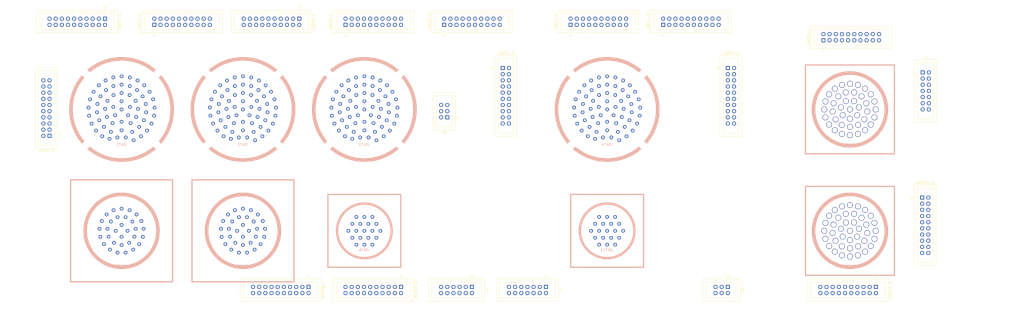
<source format=kicad_pcb>
(kicad_pcb (version 20171130) (host pcbnew "(5.1.6)-1")
  (layers (0 F.Cu signal) (1 In1.Cu signal hide) (2 In2.Cu signal hide) (31 B.Cu signal) (34 B.Paste user) (35 F.Paste user) (36 B.SilkS user) (37 F.SilkS user) (38 B.Mask user) (39 F.Mask user) (44 Edge.Cuts user))
  (net 0 "")
  (net 1 /Display/0vDisplay)
  (net 2 /Display/+5vDisplay)
  (net 3 GND)
  (net 4 /TapePSUMargins/VREF)
  (net 5 "/Control Unit/-6v")
  (net 6 /TapePSUMargins/-6vA)
  (net 7 /TapePSUMargins/-24v)
  (net 8 /TapePSUMargins/0vC)
  (net 9 /TapePSUMargins/0vB)
  (net 10 /TapePSUMargins/0vA)
  (net 11 "/Control Unit/+6v")
  (net 12 /TapePSUMargins/+6vB)
  (net 13 /TapePSUMargins/+6vA)
  (net 14 /TapePSUMargins/+24v)
  (net 15 /IO/RDR-INT)
  (net 16 /IO/PUNCH-INT)
  (net 17 "/Control Unit/AUT")
  (net 18 "/Control Unit/Auto-Start")
  (net 19 "/Control Unit/0v")
  (net 20 "/Control Unit/Off-Light")
  (net 21 "/Control Unit/On-Light")
  (net 22 "/Control Unit/On-Off-Common")
  (net 23 "/Control Unit/On")
  (net 24 "/Control Unit/Off")
  (net 25 /Display/Q13)
  (net 26 /Display/Q16)
  (net 27 /Display/Q14)
  (net 28 /Display/Q15)
  (net 29 /Display/Q17)
  (net 30 /Display/Q18)
  (net 31 /Display/#X-57-D)
  (net 32 /Display/#STP-30-L)
  (net 33 /Display/#SIP-30-Z)
  (net 34 /Display/#SOP-30-P)
  (net 35 /Display/#Y-57-Z)
  (net 36 /Display/Q4)
  (net 37 /Display/Q6)
  (net 38 /Display/Q7)
  (net 39 /Display/Q2)
  (net 40 /Display/Q1)
  (net 41 /Display/Q3)
  (net 42 /Display/Q5)
  (net 43 /Display/Q8)
  (net 44 /Display/Q9)
  (net 45 /Display/Q10)
  (net 46 /Display/Q12)
  (net 47 /Display/Q11)
  (net 48 /Display/A11)
  (net 49 /Display/A12)
  (net 50 /Display/A13)
  (net 51 /Display/A15)
  (net 52 /Display/A14)
  (net 53 /Display/A16)
  (net 54 /Display/A17)
  (net 55 /Display/A18)
  (net 56 /Display/A10)
  (net 57 /Display/G13)
  (net 58 /Display/G12)
  (net 59 /Display/G16)
  (net 60 /Display/G14)
  (net 61 /Display/G17)
  (net 62 /Display/G15)
  (net 63 /Display/G18)
  (net 64 /Display/A5)
  (net 65 /Display/A2)
  (net 66 /Display/A3)
  (net 67 /Display/A4)
  (net 68 /Display/A6)
  (net 69 /Display/A7)
  (net 70 /Display/A8)
  (net 71 /Display/A9)
  (net 72 /Display/A1)
  (net 73 /Display/G11)
  (net 74 /Display/G10)
  (net 75 /Display/G9)
  (net 76 /Display/G7)
  (net 77 /Display/G6)
  (net 78 /Display/G8)
  (net 79 /Display/G5)
  (net 80 /Display/G4)
  (net 81 /Display/G3)
  (net 82 /Display/G2)
  (net 83 /Display/G1)
  (net 84 /Display/#STR-30-H)
  (net 85 "Net-(JSKT2-PadPP)")
  (net 86 /Display/M1)
  (net 87 /Display/M2)
  (net 88 /Display/M3)
  (net 89 /Display/M4)
  (net 90 /Display/M5)
  (net 91 /Display/M8)
  (net 92 /Display/M6)
  (net 93 /Display/M7)
  (net 94 /Display/M9)
  (net 95 /Display/M10)
  (net 96 /Display/M11)
  (net 97 /Display/J1)
  (net 98 /Display/J9)
  (net 99 /Display/J8)
  (net 100 /Display/J7)
  (net 101 /Display/J6)
  (net 102 /Display/J4)
  (net 103 /Display/J3)
  (net 104 /Display/J2)
  (net 105 /Display/J5)
  (net 106 /Display/M18)
  (net 107 /Display/M15)
  (net 108 /Display/M17)
  (net 109 /Display/M14)
  (net 110 /Display/M16)
  (net 111 /Display/M12)
  (net 112 /Display/M13)
  (net 113 /Display/J10)
  (net 114 /Display/P2)
  (net 115 /Display/P1)
  (net 116 /Display/J16)
  (net 117 /Display/J14)
  (net 118 /Display/J15)
  (net 119 /Display/J13)
  (net 120 /Display/J12)
  (net 121 /Display/J11)
  (net 122 /Display/#PC2)
  (net 123 /Display/#PC3)
  (net 124 /Display/#PC1)
  (net 125 /Display/P11)
  (net 126 /Display/P10)
  (net 127 /Display/P7)
  (net 128 /Display/P5)
  (net 129 /Display/P3)
  (net 130 /Display/P4)
  (net 131 /Display/P9)
  (net 132 /Display/P8)
  (net 133 /Display/P6)
  (net 134 /Display/#PC11)
  (net 135 /Display/#PC12)
  (net 136 /Display/#PC10)
  (net 137 /Display/#PC9)
  (net 138 /Display/#PC8)
  (net 139 /Display/#PC6)
  (net 140 /Display/#PC5)
  (net 141 /Display/#PC7)
  (net 142 /Display/#PC4)
  (net 143 "Net-(JSKT3-PadB)")
  (net 144 "Net-(JSKT3-PadC)")
  (net 145 "Net-(JSKT3-PadD)")
  (net 146 "Net-(JSKT3-PadE)")
  (net 147 "Net-(JSKT3-PadF)")
  (net 148 "Net-(JSKT3-PadJ)")
  (net 149 "Net-(JSKT3-PadG)")
  (net 150 "Net-(JSKT3-PadH)")
  (net 151 "Net-(JSKT3-PadK)")
  (net 152 "Net-(JSKT3-PadL)")
  (net 153 "Net-(JSKT3-PadM)")
  (net 154 "Net-(JSKT3-PadW)")
  (net 155 "Net-(JSKT3-Pad~e~)")
  (net 156 "Net-(JSKT3-Pad~d~)")
  (net 157 "Net-(JSKT3-Pad~c~)")
  (net 158 "Net-(JSKT3-Pad~b~)")
  (net 159 "Net-(JSKT3-PadZ)")
  (net 160 "Net-(JSKT3-PadY)")
  (net 161 "Net-(JSKT3-PadX)")
  (net 162 "Net-(JSKT3-Pad~a~)")
  (net 163 "Net-(JSKT3-PadV)")
  (net 164 "Net-(JSKT3-PadS)")
  (net 165 "Net-(JSKT3-PadU)")
  (net 166 "Net-(JSKT3-PadR)")
  (net 167 "Net-(JSKT3-PadT)")
  (net 168 "Net-(JSKT3-PadN)")
  (net 169 "Net-(JSKT3-PadP)")
  (net 170 "Net-(JSKT3-Pad~f~)")
  (net 171 "Net-(JSKT3-Pad~p~)")
  (net 172 "Net-(JSKT3-Pad~n~)")
  (net 173 "Net-(JSKT3-Pad~m~)")
  (net 174 "Net-(JSKT3-Pad~j~)")
  (net 175 "Net-(JSKT3-Pad~k~)")
  (net 176 "Net-(JSKT3-Pad~i~)")
  (net 177 "Net-(JSKT3-Pad~h~)")
  (net 178 "Net-(JSKT3-Pad~g~)")
  (net 179 /Display/#AA2-21-X)
  (net 180 /Display/#AA3-21-AA)
  (net 181 /Display/#AA1-21-M)
  (net 182 "Net-(JSKT3-Pad~y~)")
  (net 183 /Display/#AA3'-21-AF)
  (net 184 /Display/#I4)
  (net 185 /Display/#I2)
  (net 186 /Display/#FD-6-S)
  (net 187 /Display/#I1)
  (net 188 /Display/#AA2'-21-U)
  (net 189 /Display/#AA1'-21-K)
  (net 190 /Display/#I3)
  (net 191 /Display/#NOTRDY-2-AC)
  (net 192 "Net-(JSKT3-PadLL)")
  (net 193 "Net-(JSKT3-PadNN)")
  (net 194 /Display/#STOP-2-T)
  (net 195 /Display/#RESET-2-Z)
  (net 196 /Display/#CD-6-V)
  (net 197 /Display/#CB-7-V)
  (net 198 /Display/#CA-7-Z)
  (net 199 /Display/#C-6-N)
  (net 200 "Net-(JSKT3-PadCC)")
  (net 201 /IO/IG13)
  (net 202 /IO/IG16)
  (net 203 /IO/IG14)
  (net 204 /IO/IG15)
  (net 205 /IO/IG17)
  (net 206 /IO/IG18)
  (net 207 "Net-(JSKT4-PadJJ)")
  (net 208 "Net-(JSKT4-PadNN)")
  (net 209 "Net-(JSKT4-PadMM)")
  (net 210 "Net-(JSKT4-PadKK)")
  (net 211 /IO/IG4)
  (net 212 /IO/IG6)
  (net 213 /IO/IG7)
  (net 214 /IO/IG2)
  (net 215 /IO/IG1)
  (net 216 /IO/IG3)
  (net 217 /IO/IG5)
  (net 218 /IO/IG8)
  (net 219 /IO/IG9)
  (net 220 /IO/IG10)
  (net 221 /IO/IG12)
  (net 222 /IO/IG11)
  (net 223 /IO/OS11)
  (net 224 "Net-(JSKT4-Pad~h~)")
  (net 225 "Net-(JSKT4-Pad~i~)")
  (net 226 "Net-(JSKT4-Pad~k~)")
  (net 227 "Net-(JSKT4-Pad~j~)")
  (net 228 "Net-(JSKT4-Pad~m~)")
  (net 229 "Net-(JSKT4-Pad~n~)")
  (net 230 /IO/OS10)
  (net 231 /IO/OA13)
  (net 232 /IO/OA12)
  (net 233 /IO/OA16)
  (net 234 /IO/OA14)
  (net 235 /IO/OA17)
  (net 236 /IO/OA15)
  (net 237 /IO/OA18)
  (net 238 /IO/OS5)
  (net 239 /IO/OS2)
  (net 240 /IO/OS3)
  (net 241 /IO/OS4)
  (net 242 /IO/OS6)
  (net 243 /IO/OS7~)
  (net 244 /IO/OS8)
  (net 245 /IO/OS9)
  (net 246 /IO/OS1)
  (net 247 /IO/OA11)
  (net 248 /IO/OA10)
  (net 249 /IO/OA9)
  (net 250 /IO/OA7)
  (net 251 /IO/OA6)
  (net 252 /IO/OA8)
  (net 253 /IO/OA5)
  (net 254 /IO/OA4)
  (net 255 /IO/OA3)
  (net 256 /IO/OA2)
  (net 257 /IO/OA1)
  (net 258 /IO/RESET-32-20)
  (net 259 "/Control Unit/AUDIO-32-14")
  (net 260 "Net-(JSKT5-Pad~n~)")
  (net 261 "Net-(JSKT5-Pad~m~)")
  (net 262 "/Control Unit/AUTO-1-L")
  (net 263 "Net-(JSKT5-Pad~j~)")
  (net 264 "/Control Unit/~SMN~-4-7")
  (net 265 "/Control Unit/#INT3-3-AD")
  (net 266 "/Control Unit/#ACTIVE3-1-S")
  (net 267 "/Control Unit/~OS~-1-19")
  (net 268 "/Control Unit/~CS~-1-H")
  (net 269 "/Control Unit/~TCS~-1-AB")
  (net 270 "/Control Unit/~CINS~-1-8")
  (net 271 "/Control Unit/CINS-1-J")
  (net 272 "/Control Unit/#INT2-3-W")
  (net 273 "/Control Unit/#ACTIVE2-1-V")
  (net 274 "/Control Unit/#INT1-3-F")
  (net 275 "/Control Unit/#ACTIVE1-1-Y")
  (net 276 "/Control Unit/~JUMP~-1-11")
  (net 277 "/Control Unit/JUMP-1-M")
  (net 278 "/Control Unit/~RESTART~-1-3")
  (net 279 "/Control Unit/RESTART-1-C")
  (net 280 "Net-(JSKT5-PadS)")
  (net 281 "/Control Unit/#STOP-2-E")
  (net 282 "/Control Unit/~STOP~-1-25")
  (net 283 "Net-(JSKT5-PadN)")
  (net 284 "Net-(JSKT5-PadK)")
  (net 285 "Net-(JSKT5-PadJ)")
  (net 286 "/Control Unit/RESET-2-U")
  (net 287 "Net-(JSKT5-PadG)")
  (net 288 "Net-(JSKT5-PadF)")
  (net 289 "/Control Unit/~TEST~-1-5")
  (net 290 /TapePSUMargins/PSC)
  (net 291 "Net-(JSKT7-PadE)")
  (net 292 "Net-(JSKT7-PadH)")
  (net 293 /TapePSUMargins/MARGIN-30-10)
  (net 294 /TapePSUMargins/MARGIN-4-3)
  (net 295 /TapePSUMargins/MARGIN-25-12)
  (net 296 "Net-(JSKT7-PadM)")
  (net 297 "Net-(JSKT7-PadN)")
  (net 298 "Net-(JSKT7-PadP)")
  (net 299 "Net-(JSKT7-PadR)")
  (net 300 "Net-(JSKT7-PadS)")
  (net 301 "Net-(JSKT7-PadT)")
  (net 302 "Net-(JSKT7-PadU)")
  (net 303 "Net-(JSKT7-PadV)")
  (net 304 "Net-(JSKT7-PadW)")
  (net 305 "Net-(JSKT7-PadX)")
  (net 306 "Net-(JSKT7-PadY)")
  (net 307 "Net-(JSKT7-PadZ)")
  (net 308 "Net-(JSKT7-Pad~a~)")
  (net 309 "Net-(JSKT7-Pad~b~)")
  (net 310 "Net-(JSKT7-Pad~c~)")
  (net 311 "Net-(JSKT7-Pad~d~)")
  (net 312 "Net-(JSKT7-Pad~e~)")
  (net 313 "Net-(JSKT7-Pad~f~)")
  (net 314 "Net-(JSKT7-Pad~g~)")
  (net 315 "Net-(JSKT7-Pad~h~)")
  (net 316 "Net-(JSKT7-Pad~j~)")
  (net 317 /TapePSUMargins/RTP-30-C)
  (net 318 /TapePSUMargins/STP_30_15)
  (net 319 /TapePSUMargins/RESET-31-16)
  (net 320 /TapePSUMargins/P4-32-19)
  (net 321 /TapePSUMargins/P2-32-15)
  (net 322 /TapePSUMargins/P1-32-17)
  (net 323 /TapePSUMargins/RTR-30-D)
  (net 324 /TapePSUMargins/STR-30-14)
  (net 325 /TapePSUMargins/P3-32-18)
  (net 326 "Net-(JSKT10-1-Pad16)")
  (net 327 "Net-(JSKT10-1-Pad15)")
  (net 328 "Net-(JSKT10-1-Pad14)")
  (net 329 "Net-(JSKT10-1-Pad13)")
  (net 330 "Net-(JSKT10-1-Pad12)")
  (net 331 "Net-(JSKT10-1-Pad11)")
  (net 332 "Net-(JSKT10-1-Pad10)")
  (net 333 "Net-(JSKT10-1-Pad9)")
  (net 334 "Net-(JSKT10-1-Pad8)")
  (net 335 "Net-(JSKT10-1-Pad7)")
  (net 336 "Net-(JSKT10-1-Pad6)")
  (net 337 "Net-(JSKT10-1-Pad5)")
  (net 338 "Net-(JSKT10-1-Pad4)")
  (net 339 "Net-(JSKT10-1-Pad3)")
  (net 340 "Net-(JSKT10-1-Pad2)")
  (net 341 "Net-(JSKT10-1-Pad1)")
  (net 342 "/Control Unit/W1")
  (net 343 "/Control Unit/~W~2")
  (net 344 "/Control Unit/~W~3")
  (net 345 "/Control Unit/~W~4")
  (net 346 "/Control Unit/W5")
  (net 347 "/Control Unit/W6")
  (net 348 "/Control Unit/W7")
  (net 349 "/Control Unit/W8")
  (net 350 "/Control Unit/W9")
  (net 351 "/Control Unit/W10")
  (net 352 "/Control Unit/W11")
  (net 353 "/Control Unit/W12")
  (net 354 "/Control Unit/W13")
  (net 355 "/Control Unit/~W~14")
  (net 356 "/Control Unit/~W~15")
  (net 357 "/Control Unit/~W~16")
  (net 358 "/Control Unit/~W~17")
  (net 359 "/Control Unit/~W~18")
  (net 360 "/Control Unit/INT1-3-9")
  (net 361 "/Control Unit/INT2-3-10")
  (net 362 "/Control Unit/INT3-3-11")
  (net 363 "Net-(JSKT11-Pad~a~)")
  (net 364 "Net-(JSKT11-Pad~b~)")
  (net 365 "Net-(JSKT11-Pad~c~)")
  (net 366 "Net-(JSKT11-Pad~d~)")
  (net 367 "/Control Unit/ONG-1-7")
  (net 368 "/Control Unit/~ONG~-1-F")
  (net 369 "/Control Unit/ENG-1-6")
  (net 370 "/Control Unit/~ENG~-1-4")
  (net 371 "/Control Unit/RESET-1-24")
  (net 372 "Net-(JSKT11-Pad~k~)")
  (net 373 "/Control Unit/PS1-3-E")
  (net 374 "/Control Unit/PS2-3-L")
  (net 375 "/Control Unit/PS3-3-S")
  (net 376 "/Control Unit/W17")
  (net 377 /IO/PI1-29-AE)
  (net 378 /IO/PI2-29-AF)
  (net 379 /IO/PI3-29-AH)
  (net 380 /IO/SOP-30-20)
  (net 381 /IO/SIP-30-21)
  (net 382 /IO/PR-30-E)
  (net 383 /IO/BT-30-U)
  (net 384 /IO/LW-30-13)
  (net 385 "Net-(JSKT10-2-Pad18)")
  (net 386 "Net-(JSKT10-2-Pad16)")
  (net 387 "Net-(JSKT10-2-Pad10)")
  (net 388 "Net-(JSKT10-2-Pad8)")
  (net 389 "Net-(JSKT10-2-Pad4)")
  (net 390 "Net-(JSKT10-2-Pad19)")
  (net 391 "Net-(JSKT10-2-Pad17)")
  (net 392 "Net-(JSKT10-2-Pad15)")
  (net 393 "Net-(JSKT10-2-Pad9)")
  (net 394 "Net-(JSKT10-2-Pad7)")
  (net 395 "Net-(JSKT10-2-Pad5)")
  (net 396 "Net-(JSKT10-2-Pad3)")
  (net 397 "Net-(JSKT11-2-Pad3)")
  (net 398 "Net-(JSKT11-2-Pad5)")
  (net 399 "Net-(JSKT11-2-Pad7)")
  (net 400 "Net-(JSKT11-2-Pad13)")
  (net 401 "Net-(JSKT11-2-Pad19)")
  (net 402 "Net-(JSKT11-2-Pad2)")
  (net 403 "Net-(JSKT11-2-Pad4)")
  (net 404 "Net-(JSKT11-2-Pad6)")
  (net 405 "Net-(JSKT2-3-Pad20)")
  (net 406 "Net-(JSKT2-3-Pad18)")
  (net 407 "Net-(JSKT2-3-Pad19)")
  (net 408 "Net-(JSKT3-1-Pad13)")
  (net 409 "Net-(JSKT3-1-Pad9)")
  (net 410 "Net-(JSKT4-2-Pad10)")
  (net 411 "Net-(JSKT4-3-Pad19)")
  (module Connector_IDC:IDC-Header_2x03_P2.54mm_Vertical (layer F.Cu) (at 184.15 48.26 180)
    (fp_text reference J0 (at 1.27 -6.1) (layer F.SilkS))
    (fp_text value ~)
    (pad 1 thru_hole roundrect (at 0 0 180) (size 1.7 1.7) (drill 1) (layers *.Cu *.Mask) (roundrect_rratio 0.147059) (net 1 /Display/0vDisplay))
    (pad 3 thru_hole circle (at 0 2.54 180) (size 1.7 1.7) (drill 1) (layers *.Cu *.Mask) (net 2 /Display/+5vDisplay))
    (pad 5 thru_hole circle (at 0 5.08 180) (size 1.7 1.7) (drill 1) (layers *.Cu *.Mask))
    (pad 2 thru_hole circle (at 2.54 0 180) (size 1.7 1.7) (drill 1) (layers *.Cu *.Mask) (net 3 GND))
    (pad 4 thru_hole circle (at 2.54 2.54 180) (size 1.7 1.7) (drill 1) (layers *.Cu *.Mask))
    (pad 6 thru_hole circle (at 2.54 5.08 180) (size 1.7 1.7) (drill 1) (layers *.Cu *.Mask))
  )
  (module Connector_IDC:IDC-Header_2x07_P2.54mm_Vertical (layer F.Cu) (at 224.79 118.11 270)
    (fp_text reference J1 (at 1.27 -6.1 90) (layer F.SilkS))
    (fp_text value ~)
    (pad 14 thru_hole circle (at 2.54 15.24 270) (size 1.7 1.7) (drill 1) (layers *.Cu *.Mask) (net 3 GND))
    (pad 12 thru_hole circle (at 2.54 12.7 270) (size 1.7 1.7) (drill 1) (layers *.Cu *.Mask) (net 3 GND))
    (pad 10 thru_hole circle (at 2.54 10.16 270) (size 1.7 1.7) (drill 1) (layers *.Cu *.Mask) (net 4 /TapePSUMargins/VREF))
    (pad 8 thru_hole circle (at 2.54 7.62 270) (size 1.7 1.7) (drill 1) (layers *.Cu *.Mask) (net 5 "/Control Unit/-6v"))
    (pad 6 thru_hole circle (at 2.54 5.08 270) (size 1.7 1.7) (drill 1) (layers *.Cu *.Mask) (net 5 "/Control Unit/-6v"))
    (pad 4 thru_hole circle (at 2.54 2.54 270) (size 1.7 1.7) (drill 1) (layers *.Cu *.Mask) (net 6 /TapePSUMargins/-6vA))
    (pad 2 thru_hole circle (at 2.54 0 270) (size 1.7 1.7) (drill 1) (layers *.Cu *.Mask) (net 7 /TapePSUMargins/-24v))
    (pad 13 thru_hole circle (at 0 15.24 270) (size 1.7 1.7) (drill 1) (layers *.Cu *.Mask) (net 8 /TapePSUMargins/0vC))
    (pad 11 thru_hole circle (at 0 12.7 270) (size 1.7 1.7) (drill 1) (layers *.Cu *.Mask) (net 9 /TapePSUMargins/0vB))
    (pad 9 thru_hole circle (at 0 10.16 270) (size 1.7 1.7) (drill 1) (layers *.Cu *.Mask) (net 10 /TapePSUMargins/0vA))
    (pad 7 thru_hole circle (at 0 7.62 270) (size 1.7 1.7) (drill 1) (layers *.Cu *.Mask) (net 11 "/Control Unit/+6v"))
    (pad 5 thru_hole circle (at 0 5.08 270) (size 1.7 1.7) (drill 1) (layers *.Cu *.Mask) (net 12 /TapePSUMargins/+6vB))
    (pad 3 thru_hole circle (at 0 2.54 270) (size 1.7 1.7) (drill 1) (layers *.Cu *.Mask) (net 13 /TapePSUMargins/+6vA))
    (pad 1 thru_hole roundrect (at 0 0 270) (size 1.7 1.7) (drill 1) (layers *.Cu *.Mask) (roundrect_rratio 0.147059) (net 14 /TapePSUMargins/+24v))
  )
  (module Connector_IDC:IDC-Header_2x07_P2.54mm_Vertical (layer F.Cu) (at 379.980001 29.755001)
    (fp_text reference J2 (at 1.27 -6.1) (layer F.SilkS))
    (fp_text value ~)
    (pad 1 thru_hole roundrect (at 0 0) (size 1.7 1.7) (drill 1) (layers *.Cu *.Mask) (roundrect_rratio 0.147059) (net 15 /IO/RDR-INT))
    (pad 3 thru_hole circle (at 0 2.54) (size 1.7 1.7) (drill 1) (layers *.Cu *.Mask) (net 16 /IO/PUNCH-INT))
    (pad 5 thru_hole circle (at 0 5.08) (size 1.7 1.7) (drill 1) (layers *.Cu *.Mask) (net 17 "/Control Unit/AUT"))
    (pad 7 thru_hole circle (at 0 7.62) (size 1.7 1.7) (drill 1) (layers *.Cu *.Mask) (net 18 "/Control Unit/Auto-Start"))
    (pad 9 thru_hole circle (at 0 10.16) (size 1.7 1.7) (drill 1) (layers *.Cu *.Mask) (net 19 "/Control Unit/0v"))
    (pad 11 thru_hole circle (at 0 12.7) (size 1.7 1.7) (drill 1) (layers *.Cu *.Mask) (net 11 "/Control Unit/+6v"))
    (pad 13 thru_hole circle (at 0 15.24) (size 1.7 1.7) (drill 1) (layers *.Cu *.Mask) (net 5 "/Control Unit/-6v"))
    (pad 2 thru_hole circle (at 2.54 0) (size 1.7 1.7) (drill 1) (layers *.Cu *.Mask) (net 2 /Display/+5vDisplay))
    (pad 4 thru_hole circle (at 2.54 2.54) (size 1.7 1.7) (drill 1) (layers *.Cu *.Mask) (net 1 /Display/0vDisplay))
    (pad 6 thru_hole circle (at 2.54 5.08) (size 1.7 1.7) (drill 1) (layers *.Cu *.Mask) (net 20 "/Control Unit/Off-Light"))
    (pad 8 thru_hole circle (at 2.54 7.62) (size 1.7 1.7) (drill 1) (layers *.Cu *.Mask) (net 21 "/Control Unit/On-Light"))
    (pad 10 thru_hole circle (at 2.54 10.16) (size 1.7 1.7) (drill 1) (layers *.Cu *.Mask) (net 22 "/Control Unit/On-Off-Common"))
    (pad 12 thru_hole circle (at 2.54 12.7) (size 1.7 1.7) (drill 1) (layers *.Cu *.Mask) (net 23 "/Control Unit/On"))
    (pad 14 thru_hole circle (at 2.54 15.24) (size 1.7 1.7) (drill 1) (layers *.Cu *.Mask) (net 24 "/Control Unit/Off"))
  )
  (module Connector_IDC:IDC-Header_2x03_P2.54mm_Vertical (layer F.Cu) (at 299.72 118.11 270)
    (fp_text reference J3 (at 1.27 -6.1 90) (layer F.SilkS))
    (fp_text value ~)
    (pad 6 thru_hole circle (at 2.54 5.08 270) (size 1.7 1.7) (drill 1) (layers *.Cu *.Mask) (net 19 "/Control Unit/0v"))
    (pad 4 thru_hole circle (at 2.54 2.54 270) (size 1.7 1.7) (drill 1) (layers *.Cu *.Mask) (net 11 "/Control Unit/+6v"))
    (pad 2 thru_hole circle (at 2.54 0 270) (size 1.7 1.7) (drill 1) (layers *.Cu *.Mask) (net 3 GND))
    (pad 5 thru_hole circle (at 0 5.08 270) (size 1.7 1.7) (drill 1) (layers *.Cu *.Mask) (net 19 "/Control Unit/0v"))
    (pad 3 thru_hole circle (at 0 2.54 270) (size 1.7 1.7) (drill 1) (layers *.Cu *.Mask) (net 16 /IO/PUNCH-INT))
    (pad 1 thru_hole roundrect (at 0 0 270) (size 1.7 1.7) (drill 1) (layers *.Cu *.Mask) (roundrect_rratio 0.147059) (net 15 /IO/RDR-INT))
  )
  (module Connector_IDC:IDC-Header_2x06_P2.54mm_Vertical (layer F.Cu) (at 194.31 118.11 270)
    (fp_text reference J4 (at 1.27 -6.1 90) (layer F.SilkS))
    (fp_text value ~)
    (pad 1 thru_hole roundrect (at 0 0 270) (size 1.7 1.7) (drill 1) (layers *.Cu *.Mask) (roundrect_rratio 0.147059) (net 3 GND))
    (pad 3 thru_hole circle (at 0 2.54 270) (size 1.7 1.7) (drill 1) (layers *.Cu *.Mask) (net 23 "/Control Unit/On"))
    (pad 5 thru_hole circle (at 0 5.08 270) (size 1.7 1.7) (drill 1) (layers *.Cu *.Mask) (net 24 "/Control Unit/Off"))
    (pad 7 thru_hole circle (at 0 7.62 270) (size 1.7 1.7) (drill 1) (layers *.Cu *.Mask) (net 22 "/Control Unit/On-Off-Common"))
    (pad 9 thru_hole circle (at 0 10.16 270) (size 1.7 1.7) (drill 1) (layers *.Cu *.Mask) (net 21 "/Control Unit/On-Light"))
    (pad 11 thru_hole circle (at 0 12.7 270) (size 1.7 1.7) (drill 1) (layers *.Cu *.Mask) (net 20 "/Control Unit/Off-Light"))
    (pad 2 thru_hole circle (at 2.54 0 270) (size 1.7 1.7) (drill 1) (layers *.Cu *.Mask) (net 5 "/Control Unit/-6v"))
    (pad 4 thru_hole circle (at 2.54 2.54 270) (size 1.7 1.7) (drill 1) (layers *.Cu *.Mask) (net 11 "/Control Unit/+6v"))
    (pad 6 thru_hole circle (at 2.54 5.08 270) (size 1.7 1.7) (drill 1) (layers *.Cu *.Mask) (net 19 "/Control Unit/0v"))
    (pad 8 thru_hole circle (at 2.54 7.62 270) (size 1.7 1.7) (drill 1) (layers *.Cu *.Mask) (net 17 "/Control Unit/AUT"))
    (pad 10 thru_hole circle (at 2.54 10.16 270) (size 1.7 1.7) (drill 1) (layers *.Cu *.Mask) (net 18 "/Control Unit/Auto-Start"))
    (pad 12 thru_hole circle (at 2.54 12.7 270) (size 1.7 1.7) (drill 1) (layers *.Cu *.Mask) (net 3 GND))
  )
  (module ELLIOTT:MC61 (layer B.Cu) (at 50 45)
    (fp_text reference JSKT1 (at 0 14.478) (layer B.SilkS) (effects (justify mirror)))
    (fp_text value ~)
    (pad "" np_thru_hole circle (at -14.7 14.7) (size 3.2 3.2) (drill 3.2) (layers *.Cu *.Mask))
    (pad "" np_thru_hole circle (at -14.7 -14.7) (size 3.2 3.2) (drill 3.2) (layers *.Cu *.Mask))
    (pad "" np_thru_hole circle (at 14.7 -14.7) (size 3.2 3.2) (drill 3.2) (layers *.Cu *.Mask))
    (pad "" np_thru_hole circle (at 14.7 14.7) (size 3.2 3.2) (drill 3.2) (layers *.Cu *.Mask))
    (pad CC thru_hole circle (at -3.33 -5.92) (size 1.524 1.524) (drill 0.762) (layers *.Cu *.Mask) (net 25 /Display/Q13))
    (pad FF thru_hole circle (at -6.02 3.1) (size 1.524 1.524) (drill 0.762) (layers *.Cu *.Mask) (net 26 /Display/Q16))
    (pad DD thru_hole circle (at -5.79 -3.53) (size 1.524 1.524) (drill 0.762) (layers *.Cu *.Mask) (net 27 /Display/Q14))
    (pad EE thru_hole circle (at -6.78 -0.25) (size 1.524 1.524) (drill 0.762) (layers *.Cu *.Mask) (net 28 /Display/Q15))
    (pad GG thru_hole circle (at -3.73 5.66) (size 1.524 1.524) (drill 0.762) (layers *.Cu *.Mask) (net 29 /Display/Q17))
    (pad HH thru_hole circle (at 0 5.08) (size 1.524 1.524) (drill 0.762) (layers *.Cu *.Mask) (net 30 /Display/Q18))
    (pad JJ thru_hole circle (at 2.67 2.39) (size 1.524 1.524) (drill 0.762) (layers *.Cu *.Mask) (net 31 /Display/#X-57-D))
    (pad NN thru_hole circle (at -2.67 2.39) (size 1.524 1.524) (drill 0.762) (layers *.Cu *.Mask) (net 32 /Display/#STP-30-L))
    (pad MM thru_hole circle (at -3.43 -1.04) (size 1.524 1.524) (drill 0.762) (layers *.Cu *.Mask) (net 33 /Display/#SIP-30-Z))
    (pad LL thru_hole circle (at 0 -3.35) (size 1.524 1.524) (drill 0.762) (layers *.Cu *.Mask) (net 34 /Display/#SOP-30-P))
    (pad KK thru_hole circle (at 3.43 -1.04) (size 1.524 1.524) (drill 0.762) (layers *.Cu *.Mask) (net 35 /Display/#Y-57-Z))
    (pad ~t~ thru_hole circle (at -7.24 7.19) (size 1.524 1.524) (drill 0.762) (layers *.Cu *.Mask) (net 36 /Display/Q4))
    (pad ~v~ thru_hole circle (at 0 8.59) (size 1.524 1.524) (drill 0.762) (layers *.Cu *.Mask) (net 37 /Display/Q6))
    (pad ~w~ thru_hole circle (at 3.73 5.66) (size 1.524 1.524) (drill 0.762) (layers *.Cu *.Mask) (net 38 /Display/Q7))
    (pad ~r~ thru_hole circle (at -10.13 1.17) (size 1.524 1.524) (drill 0.762) (layers *.Cu *.Mask) (net 39 /Display/Q2))
    (pad ~q~ thru_hole circle (at -9.96 -2.24) (size 1.524 1.524) (drill 0.762) (layers *.Cu *.Mask) (net 40 /Display/Q1))
    (pad ~s~ thru_hole circle (at -9.19 4.45) (size 1.524 1.524) (drill 0.762) (layers *.Cu *.Mask) (net 41 /Display/Q3))
    (pad ~u~ thru_hole circle (at -4.39 9.22) (size 1.524 1.524) (drill 0.762) (layers *.Cu *.Mask) (net 42 /Display/Q5))
    (pad ~x~ thru_hole circle (at 6.02 3.1) (size 1.524 1.524) (drill 0.762) (layers *.Cu *.Mask) (net 43 /Display/Q8))
    (pad ~y~ thru_hole circle (at 6.78 -0.25) (size 1.524 1.524) (drill 0.762) (layers *.Cu *.Mask) (net 44 /Display/Q9))
    (pad ~z~ thru_hole circle (at 5.79 -3.53) (size 1.524 1.524) (drill 0.762) (layers *.Cu *.Mask) (net 45 /Display/Q10))
    (pad BB thru_hole circle (at 0 -6.78) (size 1.524 1.524) (drill 0.762) (layers *.Cu *.Mask) (net 46 /Display/Q12))
    (pad AA thru_hole circle (at 3.33 -5.92) (size 1.524 1.524) (drill 0.762) (layers *.Cu *.Mask) (net 47 /Display/Q11))
    (pad ~g~ thru_hole circle (at 9.96 -2.24) (size 1.524 1.524) (drill 0.762) (layers *.Cu *.Mask) (net 48 /Display/A11))
    (pad ~h~ thru_hole circle (at 8.66 -5.41) (size 1.524 1.524) (drill 0.762) (layers *.Cu *.Mask) (net 49 /Display/A12))
    (pad ~i~ thru_hole circle (at 6.38 -7.98) (size 1.524 1.524) (drill 0.762) (layers *.Cu *.Mask) (net 50 /Display/A13))
    (pad ~k~ thru_hole circle (at 0 -10.21) (size 1.524 1.524) (drill 0.762) (layers *.Cu *.Mask) (net 51 /Display/A15))
    (pad ~j~ thru_hole circle (at 3.38 -9.63) (size 1.524 1.524) (drill 0.762) (layers *.Cu *.Mask) (net 52 /Display/A14))
    (pad ~m~ thru_hole circle (at -3.38 -9.63) (size 1.524 1.524) (drill 0.762) (layers *.Cu *.Mask) (net 53 /Display/A16))
    (pad ~n~ thru_hole circle (at -6.38 -7.98) (size 1.524 1.524) (drill 0.762) (layers *.Cu *.Mask) (net 54 /Display/A17))
    (pad ~p~ thru_hole circle (at -8.66 -5.41) (size 1.524 1.524) (drill 0.762) (layers *.Cu *.Mask) (net 55 /Display/A18))
    (pad ~f~ thru_hole circle (at 10.13 1.17) (size 1.524 1.524) (drill 0.762) (layers *.Cu *.Mask) (net 56 /Display/A10))
    (pad P thru_hole circle (at -6.58 -11.94) (size 1.524 1.524) (drill 0.762) (layers *.Cu *.Mask) (net 57 /Display/G13))
    (pad N thru_hole circle (at -3.4 -13.18) (size 1.524 1.524) (drill 0.762) (layers *.Cu *.Mask) (net 58 /Display/G12))
    (pad T thru_hole circle (at -12.98 -4.17) (size 1.524 1.524) (drill 0.762) (layers *.Cu *.Mask) (net 59 /Display/G16))
    (pad R thru_hole circle (at -9.35 -9.93) (size 1.524 1.524) (drill 0.762) (layers *.Cu *.Mask) (net 60 /Display/G14))
    (pad U thru_hole circle (at -13.61 -0.76) (size 1.524 1.524) (drill 0.762) (layers *.Cu *.Mask) (net 61 /Display/G17))
    (pad S thru_hole circle (at -11.53 -7.29) (size 1.524 1.524) (drill 0.762) (layers *.Cu *.Mask) (net 62 /Display/G15))
    (pad V thru_hole circle (at -13.39 2.57) (size 1.524 1.524) (drill 0.762) (layers *.Cu *.Mask) (net 63 /Display/G18))
    (pad ~a~ thru_hole circle (at -1.73 11.53) (size 1.524 1.524) (drill 0.762) (layers *.Cu *.Mask) (net 64 /Display/A5))
    (pad X thru_hole circle (at -10.49 8.71) (size 1.524 1.524) (drill 0.762) (layers *.Cu *.Mask) (net 65 /Display/A2))
    (pad Y thru_hole circle (at -7.98 11.05) (size 1.524 1.524) (drill 0.762) (layers *.Cu *.Mask) (net 66 /Display/A3))
    (pad Z thru_hole circle (at -4.98 12.1) (size 1.524 1.524) (drill 0.762) (layers *.Cu *.Mask) (net 67 /Display/A4))
    (pad ~b~ thru_hole circle (at 1.73 11.53) (size 1.524 1.524) (drill 0.762) (layers *.Cu *.Mask) (net 68 /Display/A6))
    (pad ~c~ thru_hole circle (at 4.39 9.22) (size 1.524 1.524) (drill 0.762) (layers *.Cu *.Mask) (net 69 /Display/A7))
    (pad ~d~ thru_hole circle (at 7.24 7.19) (size 1.524 1.524) (drill 0.762) (layers *.Cu *.Mask) (net 70 /Display/A8))
    (pad ~e~ thru_hole circle (at 9.19 4.45) (size 1.524 1.524) (drill 0.762) (layers *.Cu *.Mask) (net 71 /Display/A9))
    (pad W thru_hole circle (at -12.32 5.84) (size 1.524 1.524) (drill 0.762) (layers *.Cu *.Mask) (net 72 /Display/A1))
    (pad M thru_hole circle (at 0 -13.64) (size 1.524 1.524) (drill 0.762) (layers *.Cu *.Mask) (net 73 /Display/G11))
    (pad L thru_hole circle (at 3.4 -13.18) (size 1.524 1.524) (drill 0.762) (layers *.Cu *.Mask) (net 74 /Display/G10))
    (pad K thru_hole circle (at 6.58 -11.94) (size 1.524 1.524) (drill 0.762) (layers *.Cu *.Mask) (net 75 /Display/G9))
    (pad H thru_hole circle (at 11.53 -7.29) (size 1.524 1.524) (drill 0.762) (layers *.Cu *.Mask) (net 76 /Display/G7))
    (pad G thru_hole circle (at 12.98 -4.17) (size 1.524 1.524) (drill 0.762) (layers *.Cu *.Mask) (net 77 /Display/G6))
    (pad J thru_hole circle (at 9.35 -9.93) (size 1.524 1.524) (drill 0.762) (layers *.Cu *.Mask) (net 78 /Display/G8))
    (pad F thru_hole circle (at 13.61 -0.76) (size 1.524 1.524) (drill 0.762) (layers *.Cu *.Mask) (net 79 /Display/G5))
    (pad E thru_hole circle (at 13.39 2.57) (size 1.524 1.524) (drill 0.762) (layers *.Cu *.Mask) (net 80 /Display/G4))
    (pad D thru_hole circle (at 12.32 5.84) (size 1.524 1.524) (drill 0.762) (layers *.Cu *.Mask) (net 81 /Display/G3))
    (pad C thru_hole circle (at 10.49 8.71) (size 1.524 1.524) (drill 0.762) (layers *.Cu *.Mask) (net 82 /Display/G2))
    (pad B thru_hole circle (at 7.98 11.05) (size 1.524 1.524) (drill 0.762) (layers *.Cu *.Mask) (net 83 /Display/G1))
    (pad A thru_hole circle (at 4.98 12.7) (size 1.524 1.524) (drill 0.762) (layers *.Cu *.Mask) (net 3 GND))
    (pad PP thru_hole circle (at 0 0) (size 1.524 1.524) (drill 0.762) (layers *.Cu *.Mask) (net 84 /Display/#STR-30-H))
  )
  (module ELLIOTT:MC61 (layer B.Cu) (at 100 45)
    (fp_text reference JSKT2 (at 0 14.478) (layer B.SilkS) (effects (justify mirror)))
    (fp_text value Circ61)
    (pad PP thru_hole circle (at 0 0) (size 1.524 1.524) (drill 0.762) (layers *.Cu *.Mask) (net 85 "Net-(JSKT2-PadPP)"))
    (pad A thru_hole circle (at 4.98 12.7) (size 1.524 1.524) (drill 0.762) (layers *.Cu *.Mask) (net 3 GND))
    (pad B thru_hole circle (at 7.98 11.05) (size 1.524 1.524) (drill 0.762) (layers *.Cu *.Mask) (net 86 /Display/M1))
    (pad C thru_hole circle (at 10.49 8.71) (size 1.524 1.524) (drill 0.762) (layers *.Cu *.Mask) (net 87 /Display/M2))
    (pad D thru_hole circle (at 12.32 5.84) (size 1.524 1.524) (drill 0.762) (layers *.Cu *.Mask) (net 88 /Display/M3))
    (pad E thru_hole circle (at 13.39 2.57) (size 1.524 1.524) (drill 0.762) (layers *.Cu *.Mask) (net 89 /Display/M4))
    (pad F thru_hole circle (at 13.61 -0.76) (size 1.524 1.524) (drill 0.762) (layers *.Cu *.Mask) (net 90 /Display/M5))
    (pad J thru_hole circle (at 9.35 -9.93) (size 1.524 1.524) (drill 0.762) (layers *.Cu *.Mask) (net 91 /Display/M8))
    (pad G thru_hole circle (at 12.98 -4.17) (size 1.524 1.524) (drill 0.762) (layers *.Cu *.Mask) (net 92 /Display/M6))
    (pad H thru_hole circle (at 11.53 -7.29) (size 1.524 1.524) (drill 0.762) (layers *.Cu *.Mask) (net 93 /Display/M7))
    (pad K thru_hole circle (at 6.58 -11.94) (size 1.524 1.524) (drill 0.762) (layers *.Cu *.Mask) (net 94 /Display/M9))
    (pad L thru_hole circle (at 3.4 -13.18) (size 1.524 1.524) (drill 0.762) (layers *.Cu *.Mask) (net 95 /Display/M10))
    (pad M thru_hole circle (at 0 -13.64) (size 1.524 1.524) (drill 0.762) (layers *.Cu *.Mask) (net 96 /Display/M11))
    (pad W thru_hole circle (at -12.32 5.84) (size 1.524 1.524) (drill 0.762) (layers *.Cu *.Mask) (net 97 /Display/J1))
    (pad ~e~ thru_hole circle (at 9.19 4.45) (size 1.524 1.524) (drill 0.762) (layers *.Cu *.Mask) (net 98 /Display/J9))
    (pad ~d~ thru_hole circle (at 7.24 7.19) (size 1.524 1.524) (drill 0.762) (layers *.Cu *.Mask) (net 99 /Display/J8))
    (pad ~c~ thru_hole circle (at 4.39 9.22) (size 1.524 1.524) (drill 0.762) (layers *.Cu *.Mask) (net 100 /Display/J7))
    (pad ~b~ thru_hole circle (at 1.73 11.53) (size 1.524 1.524) (drill 0.762) (layers *.Cu *.Mask) (net 101 /Display/J6))
    (pad Z thru_hole circle (at -4.98 12.1) (size 1.524 1.524) (drill 0.762) (layers *.Cu *.Mask) (net 102 /Display/J4))
    (pad Y thru_hole circle (at -7.98 11.05) (size 1.524 1.524) (drill 0.762) (layers *.Cu *.Mask) (net 103 /Display/J3))
    (pad X thru_hole circle (at -10.49 8.71) (size 1.524 1.524) (drill 0.762) (layers *.Cu *.Mask) (net 104 /Display/J2))
    (pad ~a~ thru_hole circle (at -1.73 11.53) (size 1.524 1.524) (drill 0.762) (layers *.Cu *.Mask) (net 105 /Display/J5))
    (pad V thru_hole circle (at -13.39 2.57) (size 1.524 1.524) (drill 0.762) (layers *.Cu *.Mask) (net 106 /Display/M18))
    (pad S thru_hole circle (at -11.53 -7.29) (size 1.524 1.524) (drill 0.762) (layers *.Cu *.Mask) (net 107 /Display/M15))
    (pad U thru_hole circle (at -13.61 -0.76) (size 1.524 1.524) (drill 0.762) (layers *.Cu *.Mask) (net 108 /Display/M17))
    (pad R thru_hole circle (at -9.35 -9.93) (size 1.524 1.524) (drill 0.762) (layers *.Cu *.Mask) (net 109 /Display/M14))
    (pad T thru_hole circle (at -12.98 -4.17) (size 1.524 1.524) (drill 0.762) (layers *.Cu *.Mask) (net 110 /Display/M16))
    (pad N thru_hole circle (at -3.4 -13.18) (size 1.524 1.524) (drill 0.762) (layers *.Cu *.Mask) (net 111 /Display/M12))
    (pad P thru_hole circle (at -6.58 -11.94) (size 1.524 1.524) (drill 0.762) (layers *.Cu *.Mask) (net 112 /Display/M13))
    (pad ~f~ thru_hole circle (at 10.13 1.17) (size 1.524 1.524) (drill 0.762) (layers *.Cu *.Mask) (net 113 /Display/J10))
    (pad ~p~ thru_hole circle (at -8.66 -5.41) (size 1.524 1.524) (drill 0.762) (layers *.Cu *.Mask) (net 114 /Display/P2))
    (pad ~n~ thru_hole circle (at -6.38 -7.98) (size 1.524 1.524) (drill 0.762) (layers *.Cu *.Mask) (net 115 /Display/P1))
    (pad ~m~ thru_hole circle (at -3.38 -9.63) (size 1.524 1.524) (drill 0.762) (layers *.Cu *.Mask) (net 116 /Display/J16))
    (pad ~j~ thru_hole circle (at 3.38 -9.63) (size 1.524 1.524) (drill 0.762) (layers *.Cu *.Mask) (net 117 /Display/J14))
    (pad ~k~ thru_hole circle (at 0 -10.21) (size 1.524 1.524) (drill 0.762) (layers *.Cu *.Mask) (net 118 /Display/J15))
    (pad ~i~ thru_hole circle (at 6.38 -7.98) (size 1.524 1.524) (drill 0.762) (layers *.Cu *.Mask) (net 119 /Display/J13))
    (pad ~h~ thru_hole circle (at 8.66 -5.41) (size 1.524 1.524) (drill 0.762) (layers *.Cu *.Mask) (net 120 /Display/J12))
    (pad ~g~ thru_hole circle (at 9.96 -2.24) (size 1.524 1.524) (drill 0.762) (layers *.Cu *.Mask) (net 121 /Display/J11))
    (pad AA thru_hole circle (at 3.33 -5.92) (size 1.524 1.524) (drill 0.762) (layers *.Cu *.Mask) (net 122 /Display/#PC2))
    (pad BB thru_hole circle (at 0 -6.78) (size 1.524 1.524) (drill 0.762) (layers *.Cu *.Mask) (net 123 /Display/#PC3))
    (pad ~z~ thru_hole circle (at 5.79 -3.53) (size 1.524 1.524) (drill 0.762) (layers *.Cu *.Mask) (net 124 /Display/#PC1))
    (pad ~y~ thru_hole circle (at 6.78 -0.25) (size 1.524 1.524) (drill 0.762) (layers *.Cu *.Mask) (net 125 /Display/P11))
    (pad ~x~ thru_hole circle (at 6.02 3.1) (size 1.524 1.524) (drill 0.762) (layers *.Cu *.Mask) (net 126 /Display/P10))
    (pad ~u~ thru_hole circle (at -4.39 9.22) (size 1.524 1.524) (drill 0.762) (layers *.Cu *.Mask) (net 127 /Display/P7))
    (pad ~s~ thru_hole circle (at -9.19 4.45) (size 1.524 1.524) (drill 0.762) (layers *.Cu *.Mask) (net 128 /Display/P5))
    (pad ~q~ thru_hole circle (at -9.96 -2.24) (size 1.524 1.524) (drill 0.762) (layers *.Cu *.Mask) (net 129 /Display/P3))
    (pad ~r~ thru_hole circle (at -10.13 1.17) (size 1.524 1.524) (drill 0.762) (layers *.Cu *.Mask) (net 130 /Display/P4))
    (pad ~w~ thru_hole circle (at 3.73 5.66) (size 1.524 1.524) (drill 0.762) (layers *.Cu *.Mask) (net 131 /Display/P9))
    (pad ~v~ thru_hole circle (at 0 8.59) (size 1.524 1.524) (drill 0.762) (layers *.Cu *.Mask) (net 132 /Display/P8))
    (pad ~t~ thru_hole circle (at -7.24 7.19) (size 1.524 1.524) (drill 0.762) (layers *.Cu *.Mask) (net 133 /Display/P6))
    (pad KK thru_hole circle (at 3.43 -1.04) (size 1.524 1.524) (drill 0.762) (layers *.Cu *.Mask) (net 134 /Display/#PC11))
    (pad LL thru_hole circle (at 0 -3.35) (size 1.524 1.524) (drill 0.762) (layers *.Cu *.Mask) (net 135 /Display/#PC12))
    (pad MM thru_hole circle (at -3.43 -1.04) (size 1.524 1.524) (drill 0.762) (layers *.Cu *.Mask) (net 1 /Display/0vDisplay))
    (pad NN thru_hole circle (at -2.67 2.39) (size 1.524 1.524) (drill 0.762) (layers *.Cu *.Mask) (net 2 /Display/+5vDisplay))
    (pad JJ thru_hole circle (at 2.67 2.39) (size 1.524 1.524) (drill 0.762) (layers *.Cu *.Mask) (net 136 /Display/#PC10))
    (pad HH thru_hole circle (at 0 5.08) (size 1.524 1.524) (drill 0.762) (layers *.Cu *.Mask) (net 137 /Display/#PC9))
    (pad GG thru_hole circle (at -3.73 5.66) (size 1.524 1.524) (drill 0.762) (layers *.Cu *.Mask) (net 138 /Display/#PC8))
    (pad EE thru_hole circle (at -6.78 -0.25) (size 1.524 1.524) (drill 0.762) (layers *.Cu *.Mask) (net 139 /Display/#PC6))
    (pad DD thru_hole circle (at -5.79 -3.53) (size 1.524 1.524) (drill 0.762) (layers *.Cu *.Mask) (net 140 /Display/#PC5))
    (pad FF thru_hole circle (at -6.02 3.1) (size 1.524 1.524) (drill 0.762) (layers *.Cu *.Mask) (net 141 /Display/#PC7))
    (pad CC thru_hole circle (at -3.33 -5.92) (size 1.524 1.524) (drill 0.762) (layers *.Cu *.Mask) (net 142 /Display/#PC4))
    (pad "" np_thru_hole circle (at 14.7 14.7) (size 3.2 3.2) (drill 3.2) (layers *.Cu *.Mask))
    (pad "" np_thru_hole circle (at 14.7 -14.7) (size 3.2 3.2) (drill 3.2) (layers *.Cu *.Mask))
    (pad "" np_thru_hole circle (at -14.7 -14.7) (size 3.2 3.2) (drill 3.2) (layers *.Cu *.Mask))
    (pad "" np_thru_hole circle (at -14.7 14.7) (size 3.2 3.2) (drill 3.2) (layers *.Cu *.Mask))
  )
  (module ELLIOTT:MC61 (layer B.Cu) (at 150 45)
    (fp_text reference JSKT3 (at 0 14.478) (layer B.SilkS) (effects (justify mirror)))
    (fp_text value Circ61)
    (pad PP thru_hole circle (at 0 0) (size 1.524 1.524) (drill 0.762) (layers *.Cu *.Mask) (net 1 /Display/0vDisplay))
    (pad A thru_hole circle (at 4.98 12.7) (size 1.524 1.524) (drill 0.762) (layers *.Cu *.Mask) (net 3 GND))
    (pad B thru_hole circle (at 7.98 11.05) (size 1.524 1.524) (drill 0.762) (layers *.Cu *.Mask) (net 143 "Net-(JSKT3-PadB)"))
    (pad C thru_hole circle (at 10.49 8.71) (size 1.524 1.524) (drill 0.762) (layers *.Cu *.Mask) (net 144 "Net-(JSKT3-PadC)"))
    (pad D thru_hole circle (at 12.32 5.84) (size 1.524 1.524) (drill 0.762) (layers *.Cu *.Mask) (net 145 "Net-(JSKT3-PadD)"))
    (pad E thru_hole circle (at 13.39 2.57) (size 1.524 1.524) (drill 0.762) (layers *.Cu *.Mask) (net 146 "Net-(JSKT3-PadE)"))
    (pad F thru_hole circle (at 13.61 -0.76) (size 1.524 1.524) (drill 0.762) (layers *.Cu *.Mask) (net 147 "Net-(JSKT3-PadF)"))
    (pad J thru_hole circle (at 9.35 -9.93) (size 1.524 1.524) (drill 0.762) (layers *.Cu *.Mask) (net 148 "Net-(JSKT3-PadJ)"))
    (pad G thru_hole circle (at 12.98 -4.17) (size 1.524 1.524) (drill 0.762) (layers *.Cu *.Mask) (net 149 "Net-(JSKT3-PadG)"))
    (pad H thru_hole circle (at 11.53 -7.29) (size 1.524 1.524) (drill 0.762) (layers *.Cu *.Mask) (net 150 "Net-(JSKT3-PadH)"))
    (pad K thru_hole circle (at 6.58 -11.94) (size 1.524 1.524) (drill 0.762) (layers *.Cu *.Mask) (net 151 "Net-(JSKT3-PadK)"))
    (pad L thru_hole circle (at 3.4 -13.18) (size 1.524 1.524) (drill 0.762) (layers *.Cu *.Mask) (net 152 "Net-(JSKT3-PadL)"))
    (pad M thru_hole circle (at 0 -13.64) (size 1.524 1.524) (drill 0.762) (layers *.Cu *.Mask) (net 153 "Net-(JSKT3-PadM)"))
    (pad W thru_hole circle (at -12.32 5.84) (size 1.524 1.524) (drill 0.762) (layers *.Cu *.Mask) (net 154 "Net-(JSKT3-PadW)"))
    (pad ~e~ thru_hole circle (at 9.19 4.45) (size 1.524 1.524) (drill 0.762) (layers *.Cu *.Mask) (net 155 "Net-(JSKT3-Pad~e~)"))
    (pad ~d~ thru_hole circle (at 7.24 7.19) (size 1.524 1.524) (drill 0.762) (layers *.Cu *.Mask) (net 156 "Net-(JSKT3-Pad~d~)"))
    (pad ~c~ thru_hole circle (at 4.39 9.22) (size 1.524 1.524) (drill 0.762) (layers *.Cu *.Mask) (net 157 "Net-(JSKT3-Pad~c~)"))
    (pad ~b~ thru_hole circle (at 1.73 11.53) (size 1.524 1.524) (drill 0.762) (layers *.Cu *.Mask) (net 158 "Net-(JSKT3-Pad~b~)"))
    (pad Z thru_hole circle (at -4.98 12.1) (size 1.524 1.524) (drill 0.762) (layers *.Cu *.Mask) (net 159 "Net-(JSKT3-PadZ)"))
    (pad Y thru_hole circle (at -7.98 11.05) (size 1.524 1.524) (drill 0.762) (layers *.Cu *.Mask) (net 160 "Net-(JSKT3-PadY)"))
    (pad X thru_hole circle (at -10.49 8.71) (size 1.524 1.524) (drill 0.762) (layers *.Cu *.Mask) (net 161 "Net-(JSKT3-PadX)"))
    (pad ~a~ thru_hole circle (at -1.73 11.53) (size 1.524 1.524) (drill 0.762) (layers *.Cu *.Mask) (net 162 "Net-(JSKT3-Pad~a~)"))
    (pad V thru_hole circle (at -13.39 2.57) (size 1.524 1.524) (drill 0.762) (layers *.Cu *.Mask) (net 163 "Net-(JSKT3-PadV)"))
    (pad S thru_hole circle (at -11.53 -7.29) (size 1.524 1.524) (drill 0.762) (layers *.Cu *.Mask) (net 164 "Net-(JSKT3-PadS)"))
    (pad U thru_hole circle (at -13.61 -0.76) (size 1.524 1.524) (drill 0.762) (layers *.Cu *.Mask) (net 165 "Net-(JSKT3-PadU)"))
    (pad R thru_hole circle (at -9.35 -9.93) (size 1.524 1.524) (drill 0.762) (layers *.Cu *.Mask) (net 166 "Net-(JSKT3-PadR)"))
    (pad T thru_hole circle (at -12.98 -4.17) (size 1.524 1.524) (drill 0.762) (layers *.Cu *.Mask) (net 167 "Net-(JSKT3-PadT)"))
    (pad N thru_hole circle (at -3.4 -13.18) (size 1.524 1.524) (drill 0.762) (layers *.Cu *.Mask) (net 168 "Net-(JSKT3-PadN)"))
    (pad P thru_hole circle (at -6.58 -11.94) (size 1.524 1.524) (drill 0.762) (layers *.Cu *.Mask) (net 169 "Net-(JSKT3-PadP)"))
    (pad ~f~ thru_hole circle (at 10.13 1.17) (size 1.524 1.524) (drill 0.762) (layers *.Cu *.Mask) (net 170 "Net-(JSKT3-Pad~f~)"))
    (pad ~p~ thru_hole circle (at -8.66 -5.41) (size 1.524 1.524) (drill 0.762) (layers *.Cu *.Mask) (net 171 "Net-(JSKT3-Pad~p~)"))
    (pad ~n~ thru_hole circle (at -6.38 -7.98) (size 1.524 1.524) (drill 0.762) (layers *.Cu *.Mask) (net 172 "Net-(JSKT3-Pad~n~)"))
    (pad ~m~ thru_hole circle (at -3.38 -9.63) (size 1.524 1.524) (drill 0.762) (layers *.Cu *.Mask) (net 173 "Net-(JSKT3-Pad~m~)"))
    (pad ~j~ thru_hole circle (at 3.38 -9.63) (size 1.524 1.524) (drill 0.762) (layers *.Cu *.Mask) (net 174 "Net-(JSKT3-Pad~j~)"))
    (pad ~k~ thru_hole circle (at 0 -10.21) (size 1.524 1.524) (drill 0.762) (layers *.Cu *.Mask) (net 175 "Net-(JSKT3-Pad~k~)"))
    (pad ~i~ thru_hole circle (at 6.38 -7.98) (size 1.524 1.524) (drill 0.762) (layers *.Cu *.Mask) (net 176 "Net-(JSKT3-Pad~i~)"))
    (pad ~h~ thru_hole circle (at 8.66 -5.41) (size 1.524 1.524) (drill 0.762) (layers *.Cu *.Mask) (net 177 "Net-(JSKT3-Pad~h~)"))
    (pad ~g~ thru_hole circle (at 9.96 -2.24) (size 1.524 1.524) (drill 0.762) (layers *.Cu *.Mask) (net 178 "Net-(JSKT3-Pad~g~)"))
    (pad AA thru_hole circle (at 3.33 -5.92) (size 1.524 1.524) (drill 0.762) (layers *.Cu *.Mask) (net 179 /Display/#AA2-21-X))
    (pad BB thru_hole circle (at 0 -6.78) (size 1.524 1.524) (drill 0.762) (layers *.Cu *.Mask) (net 180 /Display/#AA3-21-AA))
    (pad ~z~ thru_hole circle (at 5.79 -3.53) (size 1.524 1.524) (drill 0.762) (layers *.Cu *.Mask) (net 181 /Display/#AA1-21-M))
    (pad ~y~ thru_hole circle (at 6.78 -0.25) (size 1.524 1.524) (drill 0.762) (layers *.Cu *.Mask) (net 182 "Net-(JSKT3-Pad~y~)"))
    (pad ~x~ thru_hole circle (at 6.02 3.1) (size 1.524 1.524) (drill 0.762) (layers *.Cu *.Mask) (net 183 /Display/#AA3'-21-AF))
    (pad ~u~ thru_hole circle (at -4.39 9.22) (size 1.524 1.524) (drill 0.762) (layers *.Cu *.Mask) (net 184 /Display/#I4))
    (pad ~s~ thru_hole circle (at -9.19 4.45) (size 1.524 1.524) (drill 0.762) (layers *.Cu *.Mask) (net 185 /Display/#I2))
    (pad ~q~ thru_hole circle (at -9.96 -2.24) (size 1.524 1.524) (drill 0.762) (layers *.Cu *.Mask) (net 186 /Display/#FD-6-S))
    (pad ~r~ thru_hole circle (at -10.13 1.17) (size 1.524 1.524) (drill 0.762) (layers *.Cu *.Mask) (net 187 /Display/#I1))
    (pad ~w~ thru_hole circle (at 3.73 5.66) (size 1.524 1.524) (drill 0.762) (layers *.Cu *.Mask) (net 188 /Display/#AA2'-21-U))
    (pad ~v~ thru_hole circle (at 0 8.59) (size 1.524 1.524) (drill 0.762) (layers *.Cu *.Mask) (net 189 /Display/#AA1'-21-K))
    (pad ~t~ thru_hole circle (at -7.24 7.19) (size 1.524 1.524) (drill 0.762) (layers *.Cu *.Mask) (net 190 /Display/#I3))
    (pad KK thru_hole circle (at 3.43 -1.04) (size 1.524 1.524) (drill 0.762) (layers *.Cu *.Mask) (net 191 /Display/#NOTRDY-2-AC))
    (pad LL thru_hole circle (at 0 -3.35) (size 1.524 1.524) (drill 0.762) (layers *.Cu *.Mask) (net 192 "Net-(JSKT3-PadLL)"))
    (pad MM thru_hole circle (at -3.43 -1.04) (size 1.524 1.524) (drill 0.762) (layers *.Cu *.Mask) (net 2 /Display/+5vDisplay))
    (pad NN thru_hole circle (at -2.67 2.39) (size 1.524 1.524) (drill 0.762) (layers *.Cu *.Mask) (net 193 "Net-(JSKT3-PadNN)"))
    (pad JJ thru_hole circle (at 2.67 2.39) (size 1.524 1.524) (drill 0.762) (layers *.Cu *.Mask) (net 194 /Display/#STOP-2-T))
    (pad HH thru_hole circle (at 0 5.08) (size 1.524 1.524) (drill 0.762) (layers *.Cu *.Mask) (net 195 /Display/#RESET-2-Z))
    (pad GG thru_hole circle (at -3.73 5.66) (size 1.524 1.524) (drill 0.762) (layers *.Cu *.Mask) (net 196 /Display/#CD-6-V))
    (pad EE thru_hole circle (at -6.78 -0.25) (size 1.524 1.524) (drill 0.762) (layers *.Cu *.Mask) (net 197 /Display/#CB-7-V))
    (pad DD thru_hole circle (at -5.79 -3.53) (size 1.524 1.524) (drill 0.762) (layers *.Cu *.Mask) (net 198 /Display/#CA-7-Z))
    (pad FF thru_hole circle (at -6.02 3.1) (size 1.524 1.524) (drill 0.762) (layers *.Cu *.Mask) (net 199 /Display/#C-6-N))
    (pad CC thru_hole circle (at -3.33 -5.92) (size 1.524 1.524) (drill 0.762) (layers *.Cu *.Mask) (net 200 "Net-(JSKT3-PadCC)"))
    (pad "" np_thru_hole circle (at 14.7 14.7) (size 3.2 3.2) (drill 3.2) (layers *.Cu *.Mask))
    (pad "" np_thru_hole circle (at 14.7 -14.7) (size 3.2 3.2) (drill 3.2) (layers *.Cu *.Mask))
    (pad "" np_thru_hole circle (at -14.7 -14.7) (size 3.2 3.2) (drill 3.2) (layers *.Cu *.Mask))
    (pad "" np_thru_hole circle (at -14.7 14.7) (size 3.2 3.2) (drill 3.2) (layers *.Cu *.Mask))
  )
  (module ELLIOTT:MC61 (layer B.Cu) (at 250 45)
    (fp_text reference JSKT4 (at 0 14.478) (layer B.SilkS) (effects (justify mirror)))
    (fp_text value Circ61)
    (pad "" np_thru_hole circle (at -14.7 14.7) (size 3.2 3.2) (drill 3.2) (layers *.Cu *.Mask))
    (pad "" np_thru_hole circle (at -14.7 -14.7) (size 3.2 3.2) (drill 3.2) (layers *.Cu *.Mask))
    (pad "" np_thru_hole circle (at 14.7 -14.7) (size 3.2 3.2) (drill 3.2) (layers *.Cu *.Mask))
    (pad "" np_thru_hole circle (at 14.7 14.7) (size 3.2 3.2) (drill 3.2) (layers *.Cu *.Mask))
    (pad CC thru_hole circle (at -3.33 -5.92) (size 1.524 1.524) (drill 0.762) (layers *.Cu *.Mask) (net 201 /IO/IG13))
    (pad FF thru_hole circle (at -6.02 3.1) (size 1.524 1.524) (drill 0.762) (layers *.Cu *.Mask) (net 202 /IO/IG16))
    (pad DD thru_hole circle (at -5.79 -3.53) (size 1.524 1.524) (drill 0.762) (layers *.Cu *.Mask) (net 203 /IO/IG14))
    (pad EE thru_hole circle (at -6.78 -0.25) (size 1.524 1.524) (drill 0.762) (layers *.Cu *.Mask) (net 204 /IO/IG15))
    (pad GG thru_hole circle (at -3.73 5.66) (size 1.524 1.524) (drill 0.762) (layers *.Cu *.Mask) (net 205 /IO/IG17))
    (pad HH thru_hole circle (at 0 5.08) (size 1.524 1.524) (drill 0.762) (layers *.Cu *.Mask) (net 206 /IO/IG18))
    (pad JJ thru_hole circle (at 2.67 2.39) (size 1.524 1.524) (drill 0.762) (layers *.Cu *.Mask) (net 207 "Net-(JSKT4-PadJJ)"))
    (pad NN thru_hole circle (at -2.67 2.39) (size 1.524 1.524) (drill 0.762) (layers *.Cu *.Mask) (net 208 "Net-(JSKT4-PadNN)"))
    (pad MM thru_hole circle (at -3.43 -1.04) (size 1.524 1.524) (drill 0.762) (layers *.Cu *.Mask) (net 209 "Net-(JSKT4-PadMM)"))
    (pad LL thru_hole circle (at 0 -3.35) (size 1.524 1.524) (drill 0.762) (layers *.Cu *.Mask) (net 3 GND))
    (pad KK thru_hole circle (at 3.43 -1.04) (size 1.524 1.524) (drill 0.762) (layers *.Cu *.Mask) (net 210 "Net-(JSKT4-PadKK)"))
    (pad ~t~ thru_hole circle (at -7.24 7.19) (size 1.524 1.524) (drill 0.762) (layers *.Cu *.Mask) (net 211 /IO/IG4))
    (pad ~v~ thru_hole circle (at 0 8.59) (size 1.524 1.524) (drill 0.762) (layers *.Cu *.Mask) (net 212 /IO/IG6))
    (pad ~w~ thru_hole circle (at 3.73 5.66) (size 1.524 1.524) (drill 0.762) (layers *.Cu *.Mask) (net 213 /IO/IG7))
    (pad ~r~ thru_hole circle (at -10.13 1.17) (size 1.524 1.524) (drill 0.762) (layers *.Cu *.Mask) (net 214 /IO/IG2))
    (pad ~q~ thru_hole circle (at -9.96 -2.24) (size 1.524 1.524) (drill 0.762) (layers *.Cu *.Mask) (net 215 /IO/IG1))
    (pad ~s~ thru_hole circle (at -9.19 4.45) (size 1.524 1.524) (drill 0.762) (layers *.Cu *.Mask) (net 216 /IO/IG3))
    (pad ~u~ thru_hole circle (at -4.39 9.22) (size 1.524 1.524) (drill 0.762) (layers *.Cu *.Mask) (net 217 /IO/IG5))
    (pad ~x~ thru_hole circle (at 6.02 3.1) (size 1.524 1.524) (drill 0.762) (layers *.Cu *.Mask) (net 218 /IO/IG8))
    (pad ~y~ thru_hole circle (at 6.78 -0.25) (size 1.524 1.524) (drill 0.762) (layers *.Cu *.Mask) (net 219 /IO/IG9))
    (pad ~z~ thru_hole circle (at 5.79 -3.53) (size 1.524 1.524) (drill 0.762) (layers *.Cu *.Mask) (net 220 /IO/IG10))
    (pad BB thru_hole circle (at 0 -6.78) (size 1.524 1.524) (drill 0.762) (layers *.Cu *.Mask) (net 221 /IO/IG12))
    (pad AA thru_hole circle (at 3.33 -5.92) (size 1.524 1.524) (drill 0.762) (layers *.Cu *.Mask) (net 222 /IO/IG11))
    (pad ~g~ thru_hole circle (at 9.96 -2.24) (size 1.524 1.524) (drill 0.762) (layers *.Cu *.Mask) (net 223 /IO/OS11))
    (pad ~h~ thru_hole circle (at 8.66 -5.41) (size 1.524 1.524) (drill 0.762) (layers *.Cu *.Mask) (net 224 "Net-(JSKT4-Pad~h~)"))
    (pad ~i~ thru_hole circle (at 6.38 -7.98) (size 1.524 1.524) (drill 0.762) (layers *.Cu *.Mask) (net 225 "Net-(JSKT4-Pad~i~)"))
    (pad ~k~ thru_hole circle (at 0 -10.21) (size 1.524 1.524) (drill 0.762) (layers *.Cu *.Mask) (net 226 "Net-(JSKT4-Pad~k~)"))
    (pad ~j~ thru_hole circle (at 3.38 -9.63) (size 1.524 1.524) (drill 0.762) (layers *.Cu *.Mask) (net 227 "Net-(JSKT4-Pad~j~)"))
    (pad ~m~ thru_hole circle (at -3.38 -9.63) (size 1.524 1.524) (drill 0.762) (layers *.Cu *.Mask) (net 228 "Net-(JSKT4-Pad~m~)"))
    (pad ~n~ thru_hole circle (at -6.38 -7.98) (size 1.524 1.524) (drill 0.762) (layers *.Cu *.Mask) (net 229 "Net-(JSKT4-Pad~n~)"))
    (pad ~p~ thru_hole circle (at -8.66 -5.41) (size 1.524 1.524) (drill 0.762) (layers *.Cu *.Mask) (net 11 "/Control Unit/+6v"))
    (pad ~f~ thru_hole circle (at 10.13 1.17) (size 1.524 1.524) (drill 0.762) (layers *.Cu *.Mask) (net 230 /IO/OS10))
    (pad P thru_hole circle (at -6.58 -11.94) (size 1.524 1.524) (drill 0.762) (layers *.Cu *.Mask) (net 231 /IO/OA13))
    (pad N thru_hole circle (at -3.4 -13.18) (size 1.524 1.524) (drill 0.762) (layers *.Cu *.Mask) (net 232 /IO/OA12))
    (pad T thru_hole circle (at -12.98 -4.17) (size 1.524 1.524) (drill 0.762) (layers *.Cu *.Mask) (net 233 /IO/OA16))
    (pad R thru_hole circle (at -9.35 -9.93) (size 1.524 1.524) (drill 0.762) (layers *.Cu *.Mask) (net 234 /IO/OA14))
    (pad U thru_hole circle (at -13.61 -0.76) (size 1.524 1.524) (drill 0.762) (layers *.Cu *.Mask) (net 235 /IO/OA17))
    (pad S thru_hole circle (at -11.53 -7.29) (size 1.524 1.524) (drill 0.762) (layers *.Cu *.Mask) (net 236 /IO/OA15))
    (pad V thru_hole circle (at -13.39 2.57) (size 1.524 1.524) (drill 0.762) (layers *.Cu *.Mask) (net 237 /IO/OA18))
    (pad ~a~ thru_hole circle (at -1.73 11.53) (size 1.524 1.524) (drill 0.762) (layers *.Cu *.Mask) (net 238 /IO/OS5))
    (pad X thru_hole circle (at -10.49 8.71) (size 1.524 1.524) (drill 0.762) (layers *.Cu *.Mask) (net 239 /IO/OS2))
    (pad Y thru_hole circle (at -7.98 11.05) (size 1.524 1.524) (drill 0.762) (layers *.Cu *.Mask) (net 240 /IO/OS3))
    (pad Z thru_hole circle (at -4.98 12.1) (size 1.524 1.524) (drill 0.762) (layers *.Cu *.Mask) (net 241 /IO/OS4))
    (pad ~b~ thru_hole circle (at 1.73 11.53) (size 1.524 1.524) (drill 0.762) (layers *.Cu *.Mask) (net 242 /IO/OS6))
    (pad ~c~ thru_hole circle (at 4.39 9.22) (size 1.524 1.524) (drill 0.762) (layers *.Cu *.Mask) (net 243 /IO/OS7~))
    (pad ~d~ thru_hole circle (at 7.24 7.19) (size 1.524 1.524) (drill 0.762) (layers *.Cu *.Mask) (net 244 /IO/OS8))
    (pad ~e~ thru_hole circle (at 9.19 4.45) (size 1.524 1.524) (drill 0.762) (layers *.Cu *.Mask) (net 245 /IO/OS9))
    (pad W thru_hole circle (at -12.32 5.84) (size 1.524 1.524) (drill 0.762) (layers *.Cu *.Mask) (net 246 /IO/OS1))
    (pad M thru_hole circle (at 0 -13.64) (size 1.524 1.524) (drill 0.762) (layers *.Cu *.Mask) (net 247 /IO/OA11))
    (pad L thru_hole circle (at 3.4 -13.18) (size 1.524 1.524) (drill 0.762) (layers *.Cu *.Mask) (net 248 /IO/OA10))
    (pad K thru_hole circle (at 6.58 -11.94) (size 1.524 1.524) (drill 0.762) (layers *.Cu *.Mask) (net 249 /IO/OA9))
    (pad H thru_hole circle (at 11.53 -7.29) (size 1.524 1.524) (drill 0.762) (layers *.Cu *.Mask) (net 250 /IO/OA7))
    (pad G thru_hole circle (at 12.98 -4.17) (size 1.524 1.524) (drill 0.762) (layers *.Cu *.Mask) (net 251 /IO/OA6))
    (pad J thru_hole circle (at 9.35 -9.93) (size 1.524 1.524) (drill 0.762) (layers *.Cu *.Mask) (net 252 /IO/OA8))
    (pad F thru_hole circle (at 13.61 -0.76) (size 1.524 1.524) (drill 0.762) (layers *.Cu *.Mask) (net 253 /IO/OA5))
    (pad E thru_hole circle (at 13.39 2.57) (size 1.524 1.524) (drill 0.762) (layers *.Cu *.Mask) (net 254 /IO/OA4))
    (pad D thru_hole circle (at 12.32 5.84) (size 1.524 1.524) (drill 0.762) (layers *.Cu *.Mask) (net 255 /IO/OA3))
    (pad C thru_hole circle (at 10.49 8.71) (size 1.524 1.524) (drill 0.762) (layers *.Cu *.Mask) (net 256 /IO/OA2))
    (pad B thru_hole circle (at 7.98 11.05) (size 1.524 1.524) (drill 0.762) (layers *.Cu *.Mask) (net 257 /IO/OA1))
    (pad A thru_hole circle (at 4.98 12.7) (size 1.524 1.524) (drill 0.762) (layers *.Cu *.Mask) (net 19 "/Control Unit/0v"))
    (pad PP thru_hole circle (at 0 0) (size 1.524 1.524) (drill 0.762) (layers *.Cu *.Mask) (net 258 /IO/RESET-32-20))
  )
  (module ELLIOTT:MC41 (layer B.Cu) (at 350 45)
    (fp_text reference JSKT5 (at 0 14.478) (layer B.SilkS) (effects (justify mirror)))
    (fp_text value Circ41)
    (pad ~t~ thru_hole circle (at 0 0) (size 2.4 2.4) (drill 2) (layers *.Cu *.Mask) (net 5 "/Control Unit/-6v"))
    (pad ~s~ thru_hole circle (at -2.98 2.38) (size 2.4 2.4) (drill 2) (layers *.Cu *.Mask) (net 11 "/Control Unit/+6v"))
    (pad ~r~ thru_hole circle (at -3.71 -0.85) (size 2.4 2.4) (drill 2) (layers *.Cu *.Mask) (net 19 "/Control Unit/0v"))
    (pad ~q~ thru_hole circle (at -1.66 -3.43) (size 2.4 2.4) (drill 2) (layers *.Cu *.Mask) (net 19 "/Control Unit/0v"))
    (pad ~p~ thru_hole circle (at 1.66 -3.43) (size 2.4 2.4) (drill 2) (layers *.Cu *.Mask) (net 259 "/Control Unit/AUDIO-32-14"))
    (pad ~n~ thru_hole circle (at 3.71 -0.85) (size 2.4 2.4) (drill 2) (layers *.Cu *.Mask) (net 260 "Net-(JSKT5-Pad~n~)"))
    (pad ~m~ thru_hole circle (at 2.98 2.38) (size 2.4 2.4) (drill 2) (layers *.Cu *.Mask) (net 261 "Net-(JSKT5-Pad~m~)"))
    (pad ~k~ thru_hole circle (at 0 3.81) (size 2.4 2.4) (drill 2) (layers *.Cu *.Mask) (net 262 "/Control Unit/AUTO-1-L"))
    (pad ~j~ thru_hole circle (at -3.35 6.38) (size 2.4 2.4) (drill 2) (layers *.Cu *.Mask) (net 263 "Net-(JSKT5-Pad~j~)"))
    (pad ~i~ thru_hole circle (at -5.92 4.09) (size 2.4 2.4) (drill 2) (layers *.Cu *.Mask) (net 264 "/Control Unit/~SMN~-4-7"))
    (pad ~h~ thru_hole circle (at -7.15 0.87) (size 2.4 2.4) (drill 2) (layers *.Cu *.Mask) (net 265 "/Control Unit/#INT3-3-AD"))
    (pad ~g~ thru_hole circle (at -6.73 -2.55) (size 2.4 2.4) (drill 2) (layers *.Cu *.Mask) (net 266 "/Control Unit/#ACTIVE3-1-S"))
    (pad ~f~ thru_hole circle (at -4.78 -5.39) (size 2.4 2.4) (drill 2) (layers *.Cu *.Mask) (net 267 "/Control Unit/~OS~-1-19"))
    (pad ~e~ thru_hole circle (at -1.73 -6.99) (size 2.4 2.4) (drill 2) (layers *.Cu *.Mask) (net 268 "/Control Unit/~CS~-1-H"))
    (pad ~d~ thru_hole circle (at 1.73 -6.99) (size 2.4 2.4) (drill 2) (layers *.Cu *.Mask) (net 269 "/Control Unit/~TCS~-1-AB"))
    (pad ~c~ thru_hole circle (at 4.78 -5.39) (size 2.4 2.4) (drill 2) (layers *.Cu *.Mask) (net 270 "/Control Unit/~CINS~-1-8"))
    (pad ~b~ thru_hole circle (at 6.73 -2.55) (size 2.4 2.4) (drill 2) (layers *.Cu *.Mask) (net 271 "/Control Unit/CINS-1-J"))
    (pad ~a~ thru_hole circle (at 7.15 0.87) (size 2.4 2.4) (drill 2) (layers *.Cu *.Mask) (net 272 "/Control Unit/#INT2-3-W"))
    (pad Z thru_hole circle (at 5.92 4.09) (size 2.4 2.4) (drill 2) (layers *.Cu *.Mask) (net 273 "/Control Unit/#ACTIVE2-1-V"))
    (pad Y thru_hole circle (at 3.35 6.38) (size 2.4 2.4) (drill 2) (layers *.Cu *.Mask) (net 274 "/Control Unit/#INT1-3-F"))
    (pad X thru_hole circle (at 0 7.2) (size 2.4 2.4) (drill 2) (layers *.Cu *.Mask) (net 275 "/Control Unit/#ACTIVE1-1-Y"))
    (pad W thru_hole circle (at -3.28 10.09) (size 2.4 2.4) (drill 2) (layers *.Cu *.Mask) (net 276 "/Control Unit/~JUMP~-1-11"))
    (pad V thru_hole circle (at -6.23 8.58) (size 2.4 2.4) (drill 2) (layers *.Cu *.Mask) (net 277 "/Control Unit/JUMP-1-M"))
    (pad U thru_hole circle (at -8.58 6.23) (size 2.4 2.4) (drill 2) (layers *.Cu *.Mask) (net 278 "/Control Unit/~RESTART~-1-3"))
    (pad T thru_hole circle (at -10.09 3.28) (size 2.4 2.4) (drill 2) (layers *.Cu *.Mask) (net 279 "/Control Unit/RESTART-1-C"))
    (pad S thru_hole circle (at -10.6 0) (size 2.4 2.4) (drill 2) (layers *.Cu *.Mask) (net 280 "Net-(JSKT5-PadS)"))
    (pad R thru_hole circle (at -10.09 -3.28) (size 2.4 2.4) (drill 2) (layers *.Cu *.Mask) (net 281 "/Control Unit/#STOP-2-E"))
    (pad P thru_hole circle (at -8.58 -6.23) (size 2.4 2.4) (drill 2) (layers *.Cu *.Mask) (net 282 "/Control Unit/~STOP~-1-25"))
    (pad N thru_hole circle (at -6.23 -8.58) (size 2.4 2.4) (drill 2) (layers *.Cu *.Mask) (net 283 "Net-(JSKT5-PadN)"))
    (pad M thru_hole circle (at -3.26 -10.09) (size 2.4 2.4) (drill 2) (layers *.Cu *.Mask) (net 21 "/Control Unit/On-Light"))
    (pad L thru_hole circle (at 0 -10.6) (size 2.4 2.4) (drill 2) (layers *.Cu *.Mask) (net 20 "/Control Unit/Off-Light"))
    (pad K thru_hole circle (at 3.28 -10.09) (size 2.4 2.4) (drill 2) (layers *.Cu *.Mask) (net 284 "Net-(JSKT5-PadK)"))
    (pad J thru_hole circle (at 6.23 -8.58) (size 2.4 2.4) (drill 2) (layers *.Cu *.Mask) (net 285 "Net-(JSKT5-PadJ)"))
    (pad H thru_hole circle (at 8.58 -6.23) (size 2.4 2.4) (drill 2) (layers *.Cu *.Mask) (net 286 "/Control Unit/RESET-2-U"))
    (pad G thru_hole circle (at 10.09 -3.28) (size 2.4 2.4) (drill 2) (layers *.Cu *.Mask) (net 287 "Net-(JSKT5-PadG)"))
    (pad F thru_hole circle (at 10.6 0) (size 2.4 2.4) (drill 2) (layers *.Cu *.Mask) (net 288 "Net-(JSKT5-PadF)"))
    (pad E thru_hole circle (at 10.09 3.28) (size 2.4 2.4) (drill 2) (layers *.Cu *.Mask) (net 24 "/Control Unit/Off"))
    (pad D thru_hole circle (at 8.58 6.23) (size 2.4 2.4) (drill 2) (layers *.Cu *.Mask) (net 289 "/Control Unit/~TEST~-1-5"))
    (pad C thru_hole circle (at 6.23 8.58) (size 2.4 2.4) (drill 2) (layers *.Cu *.Mask) (net 22 "/Control Unit/On-Off-Common"))
    (pad B thru_hole circle (at 3.28 10.09) (size 2.4 2.4) (drill 2) (layers *.Cu *.Mask) (net 23 "/Control Unit/On"))
    (pad A thru_hole circle (at 0 10.6) (size 2.4 2.4) (drill 2) (layers *.Cu *.Mask) (net 3 GND))
    (pad "" np_thru_hole circle (at 14.68 14.68) (size 3.05 3.05) (drill 3.05) (layers *.Cu *.Mask))
    (pad "" np_thru_hole circle (at -14.68 14.68) (size 3.05 3.05) (drill 3.05) (layers *.Cu *.Mask))
    (pad "" np_thru_hole circle (at -14.68 -14.68) (size 3.05 3.05) (drill 3.05) (layers *.Cu *.Mask))
    (pad "" np_thru_hole circle (at 14.68 -14.68) (size 3.05 3.05) (drill 3.05) (layers *.Cu *.Mask))
  )
  (module ELLIOTT:MC19 (layer B.Cu) (at 150 95)
    (fp_text reference JSKT6 (at 0 7.874) (layer B.SilkS) (effects (justify mirror)))
    (fp_text value Circ19)
    (pad "" np_thru_hole oval (at -11.905 -11.905 45) (size 3 6) (drill oval 3 6) (layers *.Cu *.Mask))
    (pad "" np_thru_hole oval (at 11.905 11.905 45) (size 3 6) (drill oval 3 6) (layers *.Cu *.Mask))
    (pad "" np_thru_hole oval (at 11.905 -11.905 315) (size 3 6) (drill oval 3 6) (layers *.Cu *.Mask))
    (pad "" np_thru_hole oval (at -11.905 11.905 315) (size 3 6) (drill oval 3 6) (layers *.Cu *.Mask))
    (pad V thru_hole circle (at 0 0) (size 1.524 1.524) (drill 0.762) (layers *.Cu *.Mask) (net 2 /Display/+5vDisplay))
    (pad U thru_hole circle (at -3.3 0) (size 1.524 1.524) (drill 0.762) (layers *.Cu *.Mask) (net 1 /Display/0vDisplay))
    (pad T thru_hole circle (at -1.65 -2.87) (size 1.524 1.524) (drill 0.762) (layers *.Cu *.Mask) (net 20 "/Control Unit/Off-Light"))
    (pad S thru_hole circle (at 1.65 -2.87) (size 1.524 1.524) (drill 0.762) (layers *.Cu *.Mask) (net 21 "/Control Unit/On-Light"))
    (pad R thru_hole circle (at 3.3 0) (size 1.524 1.524) (drill 0.762) (layers *.Cu *.Mask) (net 6 /TapePSUMargins/-6vA))
    (pad P thru_hole circle (at 1.65 2.87) (size 1.524 1.524) (drill 0.762) (layers *.Cu *.Mask) (net 5 "/Control Unit/-6v"))
    (pad N thru_hole circle (at -1.65 2.87) (size 1.524 1.524) (drill 0.762) (layers *.Cu *.Mask) (net 13 /TapePSUMargins/+6vA))
    (pad M thru_hole circle (at -3.3 5.72) (size 1.524 1.524) (drill 0.762) (layers *.Cu *.Mask) (net 12 /TapePSUMargins/+6vB))
    (pad L thru_hole circle (at -4.95 2.87) (size 1.524 1.524) (drill 0.762) (layers *.Cu *.Mask) (net 11 "/Control Unit/+6v"))
    (pad K thru_hole circle (at -6.6 0) (size 1.524 1.524) (drill 0.762) (layers *.Cu *.Mask) (net 24 "/Control Unit/Off"))
    (pad J thru_hole circle (at -4.95 -2.87) (size 1.524 1.524) (drill 0.762) (layers *.Cu *.Mask) (net 23 "/Control Unit/On"))
    (pad H thru_hole circle (at -3.3 -5.72) (size 1.524 1.524) (drill 0.762) (layers *.Cu *.Mask) (net 22 "/Control Unit/On-Off-Common"))
    (pad G thru_hole circle (at 0 -5.72) (size 1.524 1.524) (drill 0.762) (layers *.Cu *.Mask) (net 8 /TapePSUMargins/0vC))
    (pad F thru_hole circle (at 3.3 -5.72) (size 1.524 1.524) (drill 0.762) (layers *.Cu *.Mask) (net 9 /TapePSUMargins/0vB))
    (pad E thru_hole circle (at 4.95 -2.87) (size 1.524 1.524) (drill 0.762) (layers *.Cu *.Mask) (net 10 /TapePSUMargins/0vA))
    (pad D thru_hole circle (at 6.6 0) (size 1.524 1.524) (drill 0.762) (layers *.Cu *.Mask) (net 19 "/Control Unit/0v"))
    (pad C thru_hole circle (at 4.95 2.87) (size 1.524 1.524) (drill 0.762) (layers *.Cu *.Mask) (net 290 /TapePSUMargins/PSC))
    (pad B thru_hole circle (at 3.3 5.72) (size 1.524 1.524) (drill 0.762) (layers *.Cu *.Mask) (net 18 "/Control Unit/Auto-Start"))
    (pad A thru_hole circle (at 0 5.72) (size 1.524 1.524) (drill 0.762) (layers *.Cu *.Mask) (net 3 GND))
  )
  (module ELLIOTT:MC32 (layer B.Cu) (at 50 95)
    (fp_text reference JSKT7 (at 0 14.478) (layer B.SilkS) (effects (justify mirror)))
    (fp_text value Circ32)
    (pad A thru_hole circle (at 1.68 8.97) (size 1.524 1.524) (drill 0.762) (layers *.Cu *.Mask) (net 3 GND))
    (pad B thru_hole circle (at 4.8 7.75) (size 1.524 1.524) (drill 0.762) (layers *.Cu *.Mask) (net 5 "/Control Unit/-6v"))
    (pad C thru_hole circle (at 7.26 5.51) (size 1.524 1.524) (drill 0.762) (layers *.Cu *.Mask) (net 5 "/Control Unit/-6v"))
    (pad D thru_hole circle (at 8.76 2.49) (size 1.524 1.524) (drill 0.762) (layers *.Cu *.Mask) (net 5 "/Control Unit/-6v"))
    (pad E thru_hole circle (at 9.07 -0.84) (size 1.524 1.524) (drill 0.762) (layers *.Cu *.Mask) (net 291 "Net-(JSKT7-PadE)"))
    (pad F thru_hole circle (at 8.15 -4.06) (size 1.524 1.524) (drill 0.762) (layers *.Cu *.Mask) (net 4 /TapePSUMargins/VREF))
    (pad G thru_hole circle (at 6.15 -6.73) (size 1.524 1.524) (drill 0.762) (layers *.Cu *.Mask) (net 19 "/Control Unit/0v"))
    (pad H thru_hole circle (at 3.3 -8.51) (size 1.524 1.524) (drill 0.762) (layers *.Cu *.Mask) (net 292 "Net-(JSKT7-PadH)"))
    (pad J thru_hole circle (at 0 -9.12) (size 1.524 1.524) (drill 0.762) (layers *.Cu *.Mask) (net 293 /TapePSUMargins/MARGIN-30-10))
    (pad K thru_hole circle (at -3.3 -8.51) (size 1.524 1.524) (drill 0.762) (layers *.Cu *.Mask) (net 294 /TapePSUMargins/MARGIN-4-3))
    (pad L thru_hole circle (at -6.15 -6.73) (size 1.524 1.524) (drill 0.762) (layers *.Cu *.Mask) (net 295 /TapePSUMargins/MARGIN-25-12))
    (pad M thru_hole circle (at -8.15 -4.06) (size 1.524 1.524) (drill 0.762) (layers *.Cu *.Mask) (net 296 "Net-(JSKT7-PadM)"))
    (pad N thru_hole circle (at -9.07 -0.84) (size 1.524 1.524) (drill 0.762) (layers *.Cu *.Mask) (net 297 "Net-(JSKT7-PadN)"))
    (pad P thru_hole circle (at -8.76 2.49) (size 1.524 1.524) (drill 0.762) (layers *.Cu *.Mask) (net 298 "Net-(JSKT7-PadP)"))
    (pad R thru_hole circle (at -7.26 5.51) (size 1.524 1.524) (drill 0.762) (layers *.Cu *.Mask) (net 299 "Net-(JSKT7-PadR)"))
    (pad S thru_hole circle (at -4.8 7.75) (size 1.524 1.524) (drill 0.762) (layers *.Cu *.Mask) (net 300 "Net-(JSKT7-PadS)"))
    (pad T thru_hole circle (at -1.68 8.97) (size 1.524 1.524) (drill 0.762) (layers *.Cu *.Mask) (net 301 "Net-(JSKT7-PadT)"))
    (pad U thru_hole circle (at 0 5.84) (size 1.524 1.524) (drill 0.762) (layers *.Cu *.Mask) (net 302 "Net-(JSKT7-PadU)"))
    (pad V thru_hole circle (at 3.15 4.9) (size 1.524 1.524) (drill 0.762) (layers *.Cu *.Mask) (net 303 "Net-(JSKT7-PadV)"))
    (pad W thru_hole circle (at 5.31 2.41) (size 1.524 1.524) (drill 0.762) (layers *.Cu *.Mask) (net 304 "Net-(JSKT7-PadW)"))
    (pad X thru_hole circle (at 5.79 -0.84) (size 1.524 1.524) (drill 0.762) (layers *.Cu *.Mask) (net 305 "Net-(JSKT7-PadX)"))
    (pad Y thru_hole circle (at 4.42 -3.84) (size 1.524 1.524) (drill 0.762) (layers *.Cu *.Mask) (net 306 "Net-(JSKT7-PadY)"))
    (pad Z thru_hole circle (at 1.65 -5.61) (size 1.524 1.524) (drill 0.762) (layers *.Cu *.Mask) (net 307 "Net-(JSKT7-PadZ)"))
    (pad ~a~ thru_hole circle (at -1.65 -5.61) (size 1.524 1.524) (drill 0.762) (layers *.Cu *.Mask) (net 308 "Net-(JSKT7-Pad~a~)"))
    (pad ~b~ thru_hole circle (at -4.42 -3.84) (size 1.524 1.524) (drill 0.762) (layers *.Cu *.Mask) (net 309 "Net-(JSKT7-Pad~b~)"))
    (pad ~c~ thru_hole circle (at -5.79 -0.84) (size 1.524 1.524) (drill 0.762) (layers *.Cu *.Mask) (net 310 "Net-(JSKT7-Pad~c~)"))
    (pad ~d~ thru_hole circle (at -5.31 2.41) (size 1.524 1.524) (drill 0.762) (layers *.Cu *.Mask) (net 311 "Net-(JSKT7-Pad~d~)"))
    (pad ~e~ thru_hole circle (at -3.15 4.9) (size 1.524 1.524) (drill 0.762) (layers *.Cu *.Mask) (net 312 "Net-(JSKT7-Pad~e~)"))
    (pad ~f~ thru_hole circle (at 0 2.44) (size 1.524 1.524) (drill 0.762) (layers *.Cu *.Mask) (net 313 "Net-(JSKT7-Pad~f~)"))
    (pad ~g~ thru_hole circle (at 2.44 0) (size 1.524 1.524) (drill 0.762) (layers *.Cu *.Mask) (net 314 "Net-(JSKT7-Pad~g~)"))
    (pad ~h~ thru_hole circle (at 0 -2.44) (size 1.524 1.524) (drill 0.762) (layers *.Cu *.Mask) (net 315 "Net-(JSKT7-Pad~h~)"))
    (pad ~j~ thru_hole circle (at -2.44 0) (size 1.524 1.524) (drill 0.762) (layers *.Cu *.Mask) (net 316 "Net-(JSKT7-Pad~j~)"))
  )
  (module ELLIOTT:MC32 (layer B.Cu) (at 100 95)
    (fp_text reference JSKT10 (at 0 14.478) (layer B.SilkS) (effects (justify mirror)))
    (fp_text value Circ32)
    (pad ~j~ thru_hole circle (at -2.44 0) (size 1.524 1.524) (drill 0.762) (layers *.Cu *.Mask) (net 317 /TapePSUMargins/RTP-30-C))
    (pad ~h~ thru_hole circle (at 0 -2.44) (size 1.524 1.524) (drill 0.762) (layers *.Cu *.Mask) (net 318 /TapePSUMargins/STP_30_15))
    (pad ~g~ thru_hole circle (at 2.44 0) (size 1.524 1.524) (drill 0.762) (layers *.Cu *.Mask) (net 7 /TapePSUMargins/-24v))
    (pad ~f~ thru_hole circle (at 0 2.44) (size 1.524 1.524) (drill 0.762) (layers *.Cu *.Mask) (net 14 /TapePSUMargins/+24v))
    (pad ~e~ thru_hole circle (at -3.15 4.9) (size 1.524 1.524) (drill 0.762) (layers *.Cu *.Mask) (net 19 "/Control Unit/0v"))
    (pad ~d~ thru_hole circle (at -5.31 2.41) (size 1.524 1.524) (drill 0.762) (layers *.Cu *.Mask) (net 319 /TapePSUMargins/RESET-31-16))
    (pad ~c~ thru_hole circle (at -5.79 -0.84) (size 1.524 1.524) (drill 0.762) (layers *.Cu *.Mask) (net 15 /IO/RDR-INT))
    (pad ~b~ thru_hole circle (at -4.42 -3.84) (size 1.524 1.524) (drill 0.762) (layers *.Cu *.Mask) (net 320 /TapePSUMargins/P4-32-19))
    (pad ~a~ thru_hole circle (at -1.65 -5.61) (size 1.524 1.524) (drill 0.762) (layers *.Cu *.Mask) (net 16 /IO/PUNCH-INT))
    (pad Z thru_hole circle (at 1.65 -5.61) (size 1.524 1.524) (drill 0.762) (layers *.Cu *.Mask) (net 17 "/Control Unit/AUT"))
    (pad Y thru_hole circle (at 4.42 -3.84) (size 1.524 1.524) (drill 0.762) (layers *.Cu *.Mask) (net 321 /TapePSUMargins/P2-32-15))
    (pad X thru_hole circle (at 5.79 -0.84) (size 1.524 1.524) (drill 0.762) (layers *.Cu *.Mask) (net 322 /TapePSUMargins/P1-32-17))
    (pad W thru_hole circle (at 5.31 2.41) (size 1.524 1.524) (drill 0.762) (layers *.Cu *.Mask) (net 323 /TapePSUMargins/RTR-30-D))
    (pad V thru_hole circle (at 3.15 4.9) (size 1.524 1.524) (drill 0.762) (layers *.Cu *.Mask) (net 324 /TapePSUMargins/STR-30-14))
    (pad U thru_hole circle (at 0 5.84) (size 1.524 1.524) (drill 0.762) (layers *.Cu *.Mask) (net 325 /TapePSUMargins/P3-32-18))
    (pad T thru_hole circle (at -1.68 8.97) (size 1.524 1.524) (drill 0.762) (layers *.Cu *.Mask) (net 3 GND))
    (pad S thru_hole circle (at -4.8 7.75) (size 1.524 1.524) (drill 0.762) (layers *.Cu *.Mask) (net 326 "Net-(JSKT10-1-Pad16)"))
    (pad R thru_hole circle (at -7.26 5.51) (size 1.524 1.524) (drill 0.762) (layers *.Cu *.Mask) (net 327 "Net-(JSKT10-1-Pad15)"))
    (pad P thru_hole circle (at -8.76 2.49) (size 1.524 1.524) (drill 0.762) (layers *.Cu *.Mask) (net 328 "Net-(JSKT10-1-Pad14)"))
    (pad N thru_hole circle (at -9.07 -0.84) (size 1.524 1.524) (drill 0.762) (layers *.Cu *.Mask) (net 329 "Net-(JSKT10-1-Pad13)"))
    (pad M thru_hole circle (at -8.15 -4.06) (size 1.524 1.524) (drill 0.762) (layers *.Cu *.Mask) (net 330 "Net-(JSKT10-1-Pad12)"))
    (pad L thru_hole circle (at -6.15 -6.73) (size 1.524 1.524) (drill 0.762) (layers *.Cu *.Mask) (net 331 "Net-(JSKT10-1-Pad11)"))
    (pad K thru_hole circle (at -3.3 -8.51) (size 1.524 1.524) (drill 0.762) (layers *.Cu *.Mask) (net 332 "Net-(JSKT10-1-Pad10)"))
    (pad J thru_hole circle (at 0 -9.12) (size 1.524 1.524) (drill 0.762) (layers *.Cu *.Mask) (net 333 "Net-(JSKT10-1-Pad9)"))
    (pad H thru_hole circle (at 3.3 -8.51) (size 1.524 1.524) (drill 0.762) (layers *.Cu *.Mask) (net 334 "Net-(JSKT10-1-Pad8)"))
    (pad G thru_hole circle (at 6.15 -6.73) (size 1.524 1.524) (drill 0.762) (layers *.Cu *.Mask) (net 335 "Net-(JSKT10-1-Pad7)"))
    (pad F thru_hole circle (at 8.15 -4.06) (size 1.524 1.524) (drill 0.762) (layers *.Cu *.Mask) (net 336 "Net-(JSKT10-1-Pad6)"))
    (pad E thru_hole circle (at 9.07 -0.84) (size 1.524 1.524) (drill 0.762) (layers *.Cu *.Mask) (net 337 "Net-(JSKT10-1-Pad5)"))
    (pad D thru_hole circle (at 8.76 2.49) (size 1.524 1.524) (drill 0.762) (layers *.Cu *.Mask) (net 338 "Net-(JSKT10-1-Pad4)"))
    (pad C thru_hole circle (at 7.26 5.51) (size 1.524 1.524) (drill 0.762) (layers *.Cu *.Mask) (net 339 "Net-(JSKT10-1-Pad3)"))
    (pad B thru_hole circle (at 4.8 7.75) (size 1.524 1.524) (drill 0.762) (layers *.Cu *.Mask) (net 340 "Net-(JSKT10-1-Pad2)"))
    (pad A thru_hole circle (at 1.68 8.97) (size 1.524 1.524) (drill 0.762) (layers *.Cu *.Mask) (net 341 "Net-(JSKT10-1-Pad1)"))
  )
  (module ELLIOTT:MC41 (layer B.Cu) (at 350 95)
    (fp_text reference JSKT11 (at 0 14.478) (layer B.SilkS) (effects (justify mirror)))
    (fp_text value Circ41)
    (pad "" np_thru_hole circle (at 14.68 -14.68) (size 3.05 3.05) (drill 3.05) (layers *.Cu *.Mask))
    (pad "" np_thru_hole circle (at -14.68 -14.68) (size 3.05 3.05) (drill 3.05) (layers *.Cu *.Mask))
    (pad "" np_thru_hole circle (at -14.68 14.68) (size 3.05 3.05) (drill 3.05) (layers *.Cu *.Mask))
    (pad "" np_thru_hole circle (at 14.68 14.68) (size 3.05 3.05) (drill 3.05) (layers *.Cu *.Mask))
    (pad A thru_hole circle (at 0 10.6) (size 2.4 2.4) (drill 2) (layers *.Cu *.Mask) (net 3 GND))
    (pad B thru_hole circle (at 3.28 10.09) (size 2.4 2.4) (drill 2) (layers *.Cu *.Mask) (net 342 "/Control Unit/W1"))
    (pad C thru_hole circle (at 6.23 8.58) (size 2.4 2.4) (drill 2) (layers *.Cu *.Mask) (net 343 "/Control Unit/~W~2"))
    (pad D thru_hole circle (at 8.58 6.23) (size 2.4 2.4) (drill 2) (layers *.Cu *.Mask) (net 344 "/Control Unit/~W~3"))
    (pad E thru_hole circle (at 10.09 3.28) (size 2.4 2.4) (drill 2) (layers *.Cu *.Mask) (net 345 "/Control Unit/~W~4"))
    (pad F thru_hole circle (at 10.6 0) (size 2.4 2.4) (drill 2) (layers *.Cu *.Mask) (net 346 "/Control Unit/W5"))
    (pad G thru_hole circle (at 10.09 -3.28) (size 2.4 2.4) (drill 2) (layers *.Cu *.Mask) (net 347 "/Control Unit/W6"))
    (pad H thru_hole circle (at 8.58 -6.23) (size 2.4 2.4) (drill 2) (layers *.Cu *.Mask) (net 348 "/Control Unit/W7"))
    (pad J thru_hole circle (at 6.23 -8.58) (size 2.4 2.4) (drill 2) (layers *.Cu *.Mask) (net 349 "/Control Unit/W8"))
    (pad K thru_hole circle (at 3.28 -10.09) (size 2.4 2.4) (drill 2) (layers *.Cu *.Mask) (net 350 "/Control Unit/W9"))
    (pad L thru_hole circle (at 0 -10.6) (size 2.4 2.4) (drill 2) (layers *.Cu *.Mask) (net 351 "/Control Unit/W10"))
    (pad M thru_hole circle (at -3.26 -10.09) (size 2.4 2.4) (drill 2) (layers *.Cu *.Mask) (net 352 "/Control Unit/W11"))
    (pad N thru_hole circle (at -6.23 -8.58) (size 2.4 2.4) (drill 2) (layers *.Cu *.Mask) (net 353 "/Control Unit/W12"))
    (pad P thru_hole circle (at -8.58 -6.23) (size 2.4 2.4) (drill 2) (layers *.Cu *.Mask) (net 354 "/Control Unit/W13"))
    (pad R thru_hole circle (at -10.09 -3.28) (size 2.4 2.4) (drill 2) (layers *.Cu *.Mask) (net 355 "/Control Unit/~W~14"))
    (pad S thru_hole circle (at -10.6 0) (size 2.4 2.4) (drill 2) (layers *.Cu *.Mask) (net 356 "/Control Unit/~W~15"))
    (pad T thru_hole circle (at -10.09 3.28) (size 2.4 2.4) (drill 2) (layers *.Cu *.Mask) (net 357 "/Control Unit/~W~16"))
    (pad U thru_hole circle (at -8.58 6.23) (size 2.4 2.4) (drill 2) (layers *.Cu *.Mask) (net 358 "/Control Unit/~W~17"))
    (pad V thru_hole circle (at -6.23 8.58) (size 2.4 2.4) (drill 2) (layers *.Cu *.Mask) (net 359 "/Control Unit/~W~18"))
    (pad W thru_hole circle (at -3.28 10.09) (size 2.4 2.4) (drill 2) (layers *.Cu *.Mask) (net 360 "/Control Unit/INT1-3-9"))
    (pad X thru_hole circle (at 0 7.2) (size 2.4 2.4) (drill 2) (layers *.Cu *.Mask) (net 361 "/Control Unit/INT2-3-10"))
    (pad Y thru_hole circle (at 3.35 6.38) (size 2.4 2.4) (drill 2) (layers *.Cu *.Mask) (net 362 "/Control Unit/INT3-3-11"))
    (pad Z thru_hole circle (at 5.92 4.09) (size 2.4 2.4) (drill 2) (layers *.Cu *.Mask) (net 17 "/Control Unit/AUT"))
    (pad ~a~ thru_hole circle (at 7.15 0.87) (size 2.4 2.4) (drill 2) (layers *.Cu *.Mask) (net 363 "Net-(JSKT11-Pad~a~)"))
    (pad ~b~ thru_hole circle (at 6.73 -2.55) (size 2.4 2.4) (drill 2) (layers *.Cu *.Mask) (net 364 "Net-(JSKT11-Pad~b~)"))
    (pad ~c~ thru_hole circle (at 4.78 -5.39) (size 2.4 2.4) (drill 2) (layers *.Cu *.Mask) (net 365 "Net-(JSKT11-Pad~c~)"))
    (pad ~d~ thru_hole circle (at 1.73 -6.99) (size 2.4 2.4) (drill 2) (layers *.Cu *.Mask) (net 366 "Net-(JSKT11-Pad~d~)"))
    (pad ~e~ thru_hole circle (at -1.73 -6.99) (size 2.4 2.4) (drill 2) (layers *.Cu *.Mask) (net 19 "/Control Unit/0v"))
    (pad ~f~ thru_hole circle (at -4.78 -5.39) (size 2.4 2.4) (drill 2) (layers *.Cu *.Mask) (net 367 "/Control Unit/ONG-1-7"))
    (pad ~g~ thru_hole circle (at -6.73 -2.55) (size 2.4 2.4) (drill 2) (layers *.Cu *.Mask) (net 368 "/Control Unit/~ONG~-1-F"))
    (pad ~h~ thru_hole circle (at -7.15 0.87) (size 2.4 2.4) (drill 2) (layers *.Cu *.Mask) (net 369 "/Control Unit/ENG-1-6"))
    (pad ~i~ thru_hole circle (at -5.92 4.09) (size 2.4 2.4) (drill 2) (layers *.Cu *.Mask) (net 370 "/Control Unit/~ENG~-1-4"))
    (pad ~j~ thru_hole circle (at -3.35 6.38) (size 2.4 2.4) (drill 2) (layers *.Cu *.Mask) (net 371 "/Control Unit/RESET-1-24"))
    (pad ~k~ thru_hole circle (at 0 3.81) (size 2.4 2.4) (drill 2) (layers *.Cu *.Mask) (net 372 "Net-(JSKT11-Pad~k~)"))
    (pad ~m~ thru_hole circle (at 2.98 2.38) (size 2.4 2.4) (drill 2) (layers *.Cu *.Mask) (net 373 "/Control Unit/PS1-3-E"))
    (pad ~n~ thru_hole circle (at 3.71 -0.85) (size 2.4 2.4) (drill 2) (layers *.Cu *.Mask) (net 374 "/Control Unit/PS2-3-L"))
    (pad ~p~ thru_hole circle (at 1.66 -3.43) (size 2.4 2.4) (drill 2) (layers *.Cu *.Mask) (net 375 "/Control Unit/PS3-3-S"))
    (pad ~q~ thru_hole circle (at -1.66 -3.43) (size 2.4 2.4) (drill 2) (layers *.Cu *.Mask) (net 376 "/Control Unit/W17"))
    (pad ~r~ thru_hole circle (at -3.71 -0.85) (size 2.4 2.4) (drill 2) (layers *.Cu *.Mask) (net 18 "/Control Unit/Auto-Start"))
    (pad ~s~ thru_hole circle (at -2.98 2.38) (size 2.4 2.4) (drill 2) (layers *.Cu *.Mask) (net 18 "/Control Unit/Auto-Start"))
    (pad ~t~ thru_hole circle (at 0 0) (size 2.4 2.4) (drill 2) (layers *.Cu *.Mask) (net 11 "/Control Unit/+6v"))
  )
  (module ELLIOTT:MC19 (layer B.Cu) (at 250 95)
    (fp_text reference JSKT13 (at 0 7.874) (layer B.SilkS) (effects (justify mirror)))
    (fp_text value Circ19)
    (pad A thru_hole circle (at 0 5.72) (size 1.524 1.524) (drill 0.762) (layers *.Cu *.Mask) (net 377 /IO/PI1-29-AE))
    (pad B thru_hole circle (at 3.3 5.72) (size 1.524 1.524) (drill 0.762) (layers *.Cu *.Mask) (net 19 "/Control Unit/0v"))
    (pad C thru_hole circle (at 4.95 2.87) (size 1.524 1.524) (drill 0.762) (layers *.Cu *.Mask) (net 378 /IO/PI2-29-AF))
    (pad D thru_hole circle (at 6.6 0) (size 1.524 1.524) (drill 0.762) (layers *.Cu *.Mask) (net 19 "/Control Unit/0v"))
    (pad E thru_hole circle (at 4.95 -2.87) (size 1.524 1.524) (drill 0.762) (layers *.Cu *.Mask) (net 379 /IO/PI3-29-AH))
    (pad F thru_hole circle (at 3.3 -5.72) (size 1.524 1.524) (drill 0.762) (layers *.Cu *.Mask) (net 19 "/Control Unit/0v"))
    (pad G thru_hole circle (at 0 -5.72) (size 1.524 1.524) (drill 0.762) (layers *.Cu *.Mask) (net 380 /IO/SOP-30-20))
    (pad H thru_hole circle (at -3.3 -5.72) (size 1.524 1.524) (drill 0.762) (layers *.Cu *.Mask) (net 19 "/Control Unit/0v"))
    (pad J thru_hole circle (at -4.95 -2.87) (size 1.524 1.524) (drill 0.762) (layers *.Cu *.Mask) (net 381 /IO/SIP-30-21))
    (pad K thru_hole circle (at -6.6 0) (size 1.524 1.524) (drill 0.762) (layers *.Cu *.Mask) (net 19 "/Control Unit/0v"))
    (pad L thru_hole circle (at -4.95 2.87) (size 1.524 1.524) (drill 0.762) (layers *.Cu *.Mask) (net 382 /IO/PR-30-E))
    (pad M thru_hole circle (at -3.3 5.72) (size 1.524 1.524) (drill 0.762) (layers *.Cu *.Mask) (net 19 "/Control Unit/0v"))
    (pad N thru_hole circle (at -1.65 2.87) (size 1.524 1.524) (drill 0.762) (layers *.Cu *.Mask) (net 383 /IO/BT-30-U))
    (pad P thru_hole circle (at 1.65 2.87) (size 1.524 1.524) (drill 0.762) (layers *.Cu *.Mask) (net 19 "/Control Unit/0v"))
    (pad R thru_hole circle (at 3.3 0) (size 1.524 1.524) (drill 0.762) (layers *.Cu *.Mask) (net 384 /IO/LW-30-13))
    (pad S thru_hole circle (at 1.65 -2.87) (size 1.524 1.524) (drill 0.762) (layers *.Cu *.Mask) (net 19 "/Control Unit/0v"))
    (pad T thru_hole circle (at -1.65 -2.87) (size 1.524 1.524) (drill 0.762) (layers *.Cu *.Mask) (net 16 /IO/PUNCH-INT))
    (pad U thru_hole circle (at -3.3 0) (size 1.524 1.524) (drill 0.762) (layers *.Cu *.Mask) (net 19 "/Control Unit/0v"))
    (pad V thru_hole circle (at 0 0) (size 1.524 1.524) (drill 0.762) (layers *.Cu *.Mask) (net 15 /IO/RDR-INT))
    (pad "" np_thru_hole oval (at -11.905 11.905 315) (size 3 6) (drill oval 3 6) (layers *.Cu *.Mask))
    (pad "" np_thru_hole oval (at 11.905 -11.905 315) (size 3 6) (drill oval 3 6) (layers *.Cu *.Mask))
    (pad "" np_thru_hole oval (at 11.905 11.905 45) (size 3 6) (drill oval 3 6) (layers *.Cu *.Mask))
    (pad "" np_thru_hole oval (at -11.905 -11.905 45) (size 3 6) (drill oval 3 6) (layers *.Cu *.Mask))
  )
  (module Connector_IDC:IDC-Header_2x10_P2.54mm_Vertical (layer F.Cu) (at 43.18 7.62 270)
    (fp_text reference JSKT1-1 (at 1.27 -6.1 90) (layer F.SilkS))
    (fp_text value ~)
    (pad 1 thru_hole roundrect (at 0 0 270) (size 1.7 1.7) (drill 1) (layers *.Cu *.Mask) (roundrect_rratio 0.147059) (net 32 /Display/#STP-30-L))
    (pad 3 thru_hole circle (at 0 2.54 270) (size 1.7 1.7) (drill 1) (layers *.Cu *.Mask) (net 83 /Display/G1))
    (pad 5 thru_hole circle (at 0 5.08 270) (size 1.7 1.7) (drill 1) (layers *.Cu *.Mask) (net 81 /Display/G3))
    (pad 7 thru_hole circle (at 0 7.62 270) (size 1.7 1.7) (drill 1) (layers *.Cu *.Mask) (net 79 /Display/G5))
    (pad 9 thru_hole circle (at 0 10.16 270) (size 1.7 1.7) (drill 1) (layers *.Cu *.Mask) (net 76 /Display/G7))
    (pad 11 thru_hole circle (at 0 12.7 270) (size 1.7 1.7) (drill 1) (layers *.Cu *.Mask) (net 75 /Display/G9))
    (pad 13 thru_hole circle (at 0 15.24 270) (size 1.7 1.7) (drill 1) (layers *.Cu *.Mask) (net 73 /Display/G11))
    (pad 15 thru_hole circle (at 0 17.78 270) (size 1.7 1.7) (drill 1) (layers *.Cu *.Mask) (net 57 /Display/G13))
    (pad 17 thru_hole circle (at 0 20.32 270) (size 1.7 1.7) (drill 1) (layers *.Cu *.Mask) (net 62 /Display/G15))
    (pad 19 thru_hole circle (at 0 22.86 270) (size 1.7 1.7) (drill 1) (layers *.Cu *.Mask) (net 61 /Display/G17))
    (pad 2 thru_hole circle (at 2.54 0 270) (size 1.7 1.7) (drill 1) (layers *.Cu *.Mask) (net 84 /Display/#STR-30-H))
    (pad 4 thru_hole circle (at 2.54 2.54 270) (size 1.7 1.7) (drill 1) (layers *.Cu *.Mask) (net 82 /Display/G2))
    (pad 6 thru_hole circle (at 2.54 5.08 270) (size 1.7 1.7) (drill 1) (layers *.Cu *.Mask) (net 80 /Display/G4))
    (pad 8 thru_hole circle (at 2.54 7.62 270) (size 1.7 1.7) (drill 1) (layers *.Cu *.Mask) (net 77 /Display/G6))
    (pad 10 thru_hole circle (at 2.54 10.16 270) (size 1.7 1.7) (drill 1) (layers *.Cu *.Mask) (net 78 /Display/G8))
    (pad 12 thru_hole circle (at 2.54 12.7 270) (size 1.7 1.7) (drill 1) (layers *.Cu *.Mask) (net 74 /Display/G10))
    (pad 14 thru_hole circle (at 2.54 15.24 270) (size 1.7 1.7) (drill 1) (layers *.Cu *.Mask) (net 58 /Display/G12))
    (pad 16 thru_hole circle (at 2.54 17.78 270) (size 1.7 1.7) (drill 1) (layers *.Cu *.Mask) (net 60 /Display/G14))
    (pad 18 thru_hole circle (at 2.54 20.32 270) (size 1.7 1.7) (drill 1) (layers *.Cu *.Mask) (net 59 /Display/G16))
    (pad 20 thru_hole circle (at 2.54 22.86 270) (size 1.7 1.7) (drill 1) (layers *.Cu *.Mask) (net 63 /Display/G18))
  )
  (module Connector_IDC:IDC-Header_2x10_P2.54mm_Vertical (layer F.Cu) (at 63.5 10.16 90)
    (fp_text reference JSKT1-2 (at 1.27 -6.1 90) (layer F.SilkS))
    (fp_text value ~)
    (pad 20 thru_hole circle (at 2.54 22.86 90) (size 1.7 1.7) (drill 1) (layers *.Cu *.Mask) (net 39 /Display/Q2))
    (pad 18 thru_hole circle (at 2.54 20.32 90) (size 1.7 1.7) (drill 1) (layers *.Cu *.Mask) (net 55 /Display/A18))
    (pad 16 thru_hole circle (at 2.54 17.78 90) (size 1.7 1.7) (drill 1) (layers *.Cu *.Mask) (net 53 /Display/A16))
    (pad 14 thru_hole circle (at 2.54 15.24 90) (size 1.7 1.7) (drill 1) (layers *.Cu *.Mask) (net 52 /Display/A14))
    (pad 12 thru_hole circle (at 2.54 12.7 90) (size 1.7 1.7) (drill 1) (layers *.Cu *.Mask) (net 49 /Display/A12))
    (pad 10 thru_hole circle (at 2.54 10.16 90) (size 1.7 1.7) (drill 1) (layers *.Cu *.Mask) (net 56 /Display/A10))
    (pad 8 thru_hole circle (at 2.54 7.62 90) (size 1.7 1.7) (drill 1) (layers *.Cu *.Mask) (net 70 /Display/A8))
    (pad 6 thru_hole circle (at 2.54 5.08 90) (size 1.7 1.7) (drill 1) (layers *.Cu *.Mask) (net 68 /Display/A6))
    (pad 4 thru_hole circle (at 2.54 2.54 90) (size 1.7 1.7) (drill 1) (layers *.Cu *.Mask) (net 67 /Display/A4))
    (pad 2 thru_hole circle (at 2.54 0 90) (size 1.7 1.7) (drill 1) (layers *.Cu *.Mask) (net 65 /Display/A2))
    (pad 19 thru_hole circle (at 0 22.86 90) (size 1.7 1.7) (drill 1) (layers *.Cu *.Mask) (net 40 /Display/Q1))
    (pad 17 thru_hole circle (at 0 20.32 90) (size 1.7 1.7) (drill 1) (layers *.Cu *.Mask) (net 54 /Display/A17))
    (pad 15 thru_hole circle (at 0 17.78 90) (size 1.7 1.7) (drill 1) (layers *.Cu *.Mask) (net 51 /Display/A15))
    (pad 13 thru_hole circle (at 0 15.24 90) (size 1.7 1.7) (drill 1) (layers *.Cu *.Mask) (net 50 /Display/A13))
    (pad 11 thru_hole circle (at 0 12.7 90) (size 1.7 1.7) (drill 1) (layers *.Cu *.Mask) (net 48 /Display/A11))
    (pad 9 thru_hole circle (at 0 10.16 90) (size 1.7 1.7) (drill 1) (layers *.Cu *.Mask) (net 71 /Display/A9))
    (pad 7 thru_hole circle (at 0 7.62 90) (size 1.7 1.7) (drill 1) (layers *.Cu *.Mask) (net 69 /Display/A7))
    (pad 5 thru_hole circle (at 0 5.08 90) (size 1.7 1.7) (drill 1) (layers *.Cu *.Mask) (net 64 /Display/A5))
    (pad 3 thru_hole circle (at 0 2.54 90) (size 1.7 1.7) (drill 1) (layers *.Cu *.Mask) (net 66 /Display/A3))
    (pad 1 thru_hole roundrect (at 0 0 90) (size 1.7 1.7) (drill 1) (layers *.Cu *.Mask) (roundrect_rratio 0.147059) (net 72 /Display/A1))
  )
  (module Connector_IDC:IDC-Header_2x10_P2.54mm_Vertical (layer F.Cu) (at 20.32 55.88 180)
    (fp_text reference JSKT1-3 (at 1.27 -6.1) (layer F.SilkS))
    (fp_text value ~)
    (pad 1 thru_hole roundrect (at 0 0 180) (size 1.7 1.7) (drill 1) (layers *.Cu *.Mask) (roundrect_rratio 0.147059) (net 41 /Display/Q3))
    (pad 3 thru_hole circle (at 0 2.54 180) (size 1.7 1.7) (drill 1) (layers *.Cu *.Mask) (net 42 /Display/Q5))
    (pad 5 thru_hole circle (at 0 5.08 180) (size 1.7 1.7) (drill 1) (layers *.Cu *.Mask) (net 38 /Display/Q7))
    (pad 7 thru_hole circle (at 0 7.62 180) (size 1.7 1.7) (drill 1) (layers *.Cu *.Mask) (net 44 /Display/Q9))
    (pad 9 thru_hole circle (at 0 10.16 180) (size 1.7 1.7) (drill 1) (layers *.Cu *.Mask) (net 47 /Display/Q11))
    (pad 11 thru_hole circle (at 0 12.7 180) (size 1.7 1.7) (drill 1) (layers *.Cu *.Mask) (net 25 /Display/Q13))
    (pad 13 thru_hole circle (at 0 15.24 180) (size 1.7 1.7) (drill 1) (layers *.Cu *.Mask) (net 28 /Display/Q15))
    (pad 15 thru_hole circle (at 0 17.78 180) (size 1.7 1.7) (drill 1) (layers *.Cu *.Mask) (net 29 /Display/Q17))
    (pad 17 thru_hole circle (at 0 20.32 180) (size 1.7 1.7) (drill 1) (layers *.Cu *.Mask) (net 31 /Display/#X-57-D))
    (pad 19 thru_hole circle (at 0 22.86 180) (size 1.7 1.7) (drill 1) (layers *.Cu *.Mask) (net 34 /Display/#SOP-30-P))
    (pad 2 thru_hole circle (at 2.54 0 180) (size 1.7 1.7) (drill 1) (layers *.Cu *.Mask) (net 36 /Display/Q4))
    (pad 4 thru_hole circle (at 2.54 2.54 180) (size 1.7 1.7) (drill 1) (layers *.Cu *.Mask) (net 37 /Display/Q6))
    (pad 6 thru_hole circle (at 2.54 5.08 180) (size 1.7 1.7) (drill 1) (layers *.Cu *.Mask) (net 43 /Display/Q8))
    (pad 8 thru_hole circle (at 2.54 7.62 180) (size 1.7 1.7) (drill 1) (layers *.Cu *.Mask) (net 45 /Display/Q10))
    (pad 10 thru_hole circle (at 2.54 10.16 180) (size 1.7 1.7) (drill 1) (layers *.Cu *.Mask) (net 46 /Display/Q12))
    (pad 12 thru_hole circle (at 2.54 12.7 180) (size 1.7 1.7) (drill 1) (layers *.Cu *.Mask) (net 27 /Display/Q14))
    (pad 14 thru_hole circle (at 2.54 15.24 180) (size 1.7 1.7) (drill 1) (layers *.Cu *.Mask) (net 26 /Display/Q16))
    (pad 16 thru_hole circle (at 2.54 17.78 180) (size 1.7 1.7) (drill 1) (layers *.Cu *.Mask) (net 30 /Display/Q18))
    (pad 18 thru_hole circle (at 2.54 20.32 180) (size 1.7 1.7) (drill 1) (layers *.Cu *.Mask) (net 35 /Display/#Y-57-Z))
    (pad 20 thru_hole circle (at 2.54 22.86 180) (size 1.7 1.7) (drill 1) (layers *.Cu *.Mask) (net 33 /Display/#SIP-30-Z))
  )
  (module Connector_IDC:IDC-Header_2x10_P2.54mm_Vertical (layer F.Cu) (at 127 118.11 270)
    (fp_text reference JSKT10-1 (at 1.27 -6.1 90) (layer F.SilkS))
    (fp_text value ~)
    (pad 1 thru_hole roundrect (at 0 0 270) (size 1.7 1.7) (drill 1) (layers *.Cu *.Mask) (roundrect_rratio 0.147059) (net 341 "Net-(JSKT10-1-Pad1)"))
    (pad 3 thru_hole circle (at 0 2.54 270) (size 1.7 1.7) (drill 1) (layers *.Cu *.Mask) (net 339 "Net-(JSKT10-1-Pad3)"))
    (pad 5 thru_hole circle (at 0 5.08 270) (size 1.7 1.7) (drill 1) (layers *.Cu *.Mask) (net 337 "Net-(JSKT10-1-Pad5)"))
    (pad 7 thru_hole circle (at 0 7.62 270) (size 1.7 1.7) (drill 1) (layers *.Cu *.Mask) (net 335 "Net-(JSKT10-1-Pad7)"))
    (pad 9 thru_hole circle (at 0 10.16 270) (size 1.7 1.7) (drill 1) (layers *.Cu *.Mask) (net 333 "Net-(JSKT10-1-Pad9)"))
    (pad 11 thru_hole circle (at 0 12.7 270) (size 1.7 1.7) (drill 1) (layers *.Cu *.Mask) (net 331 "Net-(JSKT10-1-Pad11)"))
    (pad 13 thru_hole circle (at 0 15.24 270) (size 1.7 1.7) (drill 1) (layers *.Cu *.Mask) (net 329 "Net-(JSKT10-1-Pad13)"))
    (pad 15 thru_hole circle (at 0 17.78 270) (size 1.7 1.7) (drill 1) (layers *.Cu *.Mask) (net 327 "Net-(JSKT10-1-Pad15)"))
    (pad 17 thru_hole circle (at 0 20.32 270) (size 1.7 1.7) (drill 1) (layers *.Cu *.Mask) (net 320 /TapePSUMargins/P4-32-19))
    (pad 19 thru_hole circle (at 0 22.86 270) (size 1.7 1.7) (drill 1) (layers *.Cu *.Mask) (net 293 /TapePSUMargins/MARGIN-30-10))
    (pad 2 thru_hole circle (at 2.54 0 270) (size 1.7 1.7) (drill 1) (layers *.Cu *.Mask) (net 340 "Net-(JSKT10-1-Pad2)"))
    (pad 4 thru_hole circle (at 2.54 2.54 270) (size 1.7 1.7) (drill 1) (layers *.Cu *.Mask) (net 338 "Net-(JSKT10-1-Pad4)"))
    (pad 6 thru_hole circle (at 2.54 5.08 270) (size 1.7 1.7) (drill 1) (layers *.Cu *.Mask) (net 336 "Net-(JSKT10-1-Pad6)"))
    (pad 8 thru_hole circle (at 2.54 7.62 270) (size 1.7 1.7) (drill 1) (layers *.Cu *.Mask) (net 334 "Net-(JSKT10-1-Pad8)"))
    (pad 10 thru_hole circle (at 2.54 10.16 270) (size 1.7 1.7) (drill 1) (layers *.Cu *.Mask) (net 332 "Net-(JSKT10-1-Pad10)"))
    (pad 12 thru_hole circle (at 2.54 12.7 270) (size 1.7 1.7) (drill 1) (layers *.Cu *.Mask) (net 330 "Net-(JSKT10-1-Pad12)"))
    (pad 14 thru_hole circle (at 2.54 15.24 270) (size 1.7 1.7) (drill 1) (layers *.Cu *.Mask) (net 328 "Net-(JSKT10-1-Pad14)"))
    (pad 16 thru_hole circle (at 2.54 17.78 270) (size 1.7 1.7) (drill 1) (layers *.Cu *.Mask) (net 326 "Net-(JSKT10-1-Pad16)"))
    (pad 18 thru_hole circle (at 2.54 20.32 270) (size 1.7 1.7) (drill 1) (layers *.Cu *.Mask) (net 325 /TapePSUMargins/P3-32-18))
    (pad 20 thru_hole circle (at 2.54 22.86 270) (size 1.7 1.7) (drill 1) (layers *.Cu *.Mask) (net 294 /TapePSUMargins/MARGIN-4-3))
  )
  (module Connector_IDC:IDC-Header_2x10_P2.54mm_Vertical (layer F.Cu) (at 165.1 118.11 270)
    (fp_text reference JSKT10-2 (at 1.27 -6.1 90) (layer F.SilkS))
    (fp_text value ~)
    (pad 20 thru_hole circle (at 2.54 22.86 270) (size 1.7 1.7) (drill 1) (layers *.Cu *.Mask) (net 295 /TapePSUMargins/MARGIN-25-12))
    (pad 18 thru_hole circle (at 2.54 20.32 270) (size 1.7 1.7) (drill 1) (layers *.Cu *.Mask) (net 385 "Net-(JSKT10-2-Pad18)"))
    (pad 16 thru_hole circle (at 2.54 17.78 270) (size 1.7 1.7) (drill 1) (layers *.Cu *.Mask) (net 386 "Net-(JSKT10-2-Pad16)"))
    (pad 14 thru_hole circle (at 2.54 15.24 270) (size 1.7 1.7) (drill 1) (layers *.Cu *.Mask) (net 324 /TapePSUMargins/STR-30-14))
    (pad 12 thru_hole circle (at 2.54 12.7 270) (size 1.7 1.7) (drill 1) (layers *.Cu *.Mask) (net 322 /TapePSUMargins/P1-32-17))
    (pad 10 thru_hole circle (at 2.54 10.16 270) (size 1.7 1.7) (drill 1) (layers *.Cu *.Mask) (net 387 "Net-(JSKT10-2-Pad10)"))
    (pad 8 thru_hole circle (at 2.54 7.62 270) (size 1.7 1.7) (drill 1) (layers *.Cu *.Mask) (net 388 "Net-(JSKT10-2-Pad8)"))
    (pad 6 thru_hole circle (at 2.54 5.08 270) (size 1.7 1.7) (drill 1) (layers *.Cu *.Mask) (net 319 /TapePSUMargins/RESET-31-16))
    (pad 4 thru_hole circle (at 2.54 2.54 270) (size 1.7 1.7) (drill 1) (layers *.Cu *.Mask) (net 389 "Net-(JSKT10-2-Pad4)"))
    (pad 2 thru_hole circle (at 2.54 0 270) (size 1.7 1.7) (drill 1) (layers *.Cu *.Mask) (net 318 /TapePSUMargins/STP_30_15))
    (pad 19 thru_hole circle (at 0 22.86 270) (size 1.7 1.7) (drill 1) (layers *.Cu *.Mask) (net 390 "Net-(JSKT10-2-Pad19)"))
    (pad 17 thru_hole circle (at 0 20.32 270) (size 1.7 1.7) (drill 1) (layers *.Cu *.Mask) (net 391 "Net-(JSKT10-2-Pad17)"))
    (pad 15 thru_hole circle (at 0 17.78 270) (size 1.7 1.7) (drill 1) (layers *.Cu *.Mask) (net 392 "Net-(JSKT10-2-Pad15)"))
    (pad 13 thru_hole circle (at 0 15.24 270) (size 1.7 1.7) (drill 1) (layers *.Cu *.Mask) (net 323 /TapePSUMargins/RTR-30-D))
    (pad 11 thru_hole circle (at 0 12.7 270) (size 1.7 1.7) (drill 1) (layers *.Cu *.Mask) (net 321 /TapePSUMargins/P2-32-15))
    (pad 9 thru_hole circle (at 0 10.16 270) (size 1.7 1.7) (drill 1) (layers *.Cu *.Mask) (net 393 "Net-(JSKT10-2-Pad9)"))
    (pad 7 thru_hole circle (at 0 7.62 270) (size 1.7 1.7) (drill 1) (layers *.Cu *.Mask) (net 394 "Net-(JSKT10-2-Pad7)"))
    (pad 5 thru_hole circle (at 0 5.08 270) (size 1.7 1.7) (drill 1) (layers *.Cu *.Mask) (net 395 "Net-(JSKT10-2-Pad5)"))
    (pad 3 thru_hole circle (at 0 2.54 270) (size 1.7 1.7) (drill 1) (layers *.Cu *.Mask) (net 396 "Net-(JSKT10-2-Pad3)"))
    (pad 1 thru_hole roundrect (at 0 0 270) (size 1.7 1.7) (drill 1) (layers *.Cu *.Mask) (roundrect_rratio 0.147059) (net 317 /TapePSUMargins/RTP-30-C))
  )
  (module Connector_IDC:IDC-Header_2x10_P2.54mm_Vertical (layer F.Cu) (at 360.68 118.11 270)
    (fp_text reference JSKT11-1 (at 1.27 -6.1 90) (layer F.SilkS))
    (fp_text value ~)
    (pad 1 thru_hole roundrect (at 0 0 270) (size 1.7 1.7) (drill 1) (layers *.Cu *.Mask) (roundrect_rratio 0.147059) (net 342 "/Control Unit/W1"))
    (pad 3 thru_hole circle (at 0 2.54 270) (size 1.7 1.7) (drill 1) (layers *.Cu *.Mask) (net 347 "/Control Unit/W6"))
    (pad 5 thru_hole circle (at 0 5.08 270) (size 1.7 1.7) (drill 1) (layers *.Cu *.Mask) (net 349 "/Control Unit/W8"))
    (pad 7 thru_hole circle (at 0 7.62 270) (size 1.7 1.7) (drill 1) (layers *.Cu *.Mask) (net 351 "/Control Unit/W10"))
    (pad 9 thru_hole circle (at 0 10.16 270) (size 1.7 1.7) (drill 1) (layers *.Cu *.Mask) (net 353 "/Control Unit/W12"))
    (pad 11 thru_hole circle (at 0 12.7 270) (size 1.7 1.7) (drill 1) (layers *.Cu *.Mask) (net 343 "/Control Unit/~W~2"))
    (pad 13 thru_hole circle (at 0 15.24 270) (size 1.7 1.7) (drill 1) (layers *.Cu *.Mask) (net 345 "/Control Unit/~W~4"))
    (pad 15 thru_hole circle (at 0 17.78 270) (size 1.7 1.7) (drill 1) (layers *.Cu *.Mask) (net 356 "/Control Unit/~W~15"))
    (pad 17 thru_hole circle (at 0 20.32 270) (size 1.7 1.7) (drill 1) (layers *.Cu *.Mask) (net 358 "/Control Unit/~W~17"))
    (pad 19 thru_hole circle (at 0 22.86 270) (size 1.7 1.7) (drill 1) (layers *.Cu *.Mask) (net 360 "/Control Unit/INT1-3-9"))
    (pad 2 thru_hole circle (at 2.54 0 270) (size 1.7 1.7) (drill 1) (layers *.Cu *.Mask) (net 346 "/Control Unit/W5"))
    (pad 4 thru_hole circle (at 2.54 2.54 270) (size 1.7 1.7) (drill 1) (layers *.Cu *.Mask) (net 348 "/Control Unit/W7"))
    (pad 6 thru_hole circle (at 2.54 5.08 270) (size 1.7 1.7) (drill 1) (layers *.Cu *.Mask) (net 350 "/Control Unit/W9"))
    (pad 8 thru_hole circle (at 2.54 7.62 270) (size 1.7 1.7) (drill 1) (layers *.Cu *.Mask) (net 352 "/Control Unit/W11"))
    (pad 10 thru_hole circle (at 2.54 10.16 270) (size 1.7 1.7) (drill 1) (layers *.Cu *.Mask) (net 354 "/Control Unit/W13"))
    (pad 12 thru_hole circle (at 2.54 12.7 270) (size 1.7 1.7) (drill 1) (layers *.Cu *.Mask) (net 344 "/Control Unit/~W~3"))
    (pad 14 thru_hole circle (at 2.54 15.24 270) (size 1.7 1.7) (drill 1) (layers *.Cu *.Mask) (net 355 "/Control Unit/~W~14"))
    (pad 16 thru_hole circle (at 2.54 17.78 270) (size 1.7 1.7) (drill 1) (layers *.Cu *.Mask) (net 357 "/Control Unit/~W~16"))
    (pad 18 thru_hole circle (at 2.54 20.32 270) (size 1.7 1.7) (drill 1) (layers *.Cu *.Mask) (net 359 "/Control Unit/~W~18"))
    (pad 20 thru_hole circle (at 2.54 22.86 270) (size 1.7 1.7) (drill 1) (layers *.Cu *.Mask) (net 361 "/Control Unit/INT2-3-10"))
  )
  (module Connector_IDC:IDC-Header_2x10_P2.54mm_Vertical (layer F.Cu) (at 379.73 81.28)
    (fp_text reference JSKT11-2 (at 1.27 -6.1) (layer F.SilkS))
    (fp_text value ~)
    (pad 1 thru_hole roundrect (at 0 0) (size 1.7 1.7) (drill 1) (layers *.Cu *.Mask) (roundrect_rratio 0.147059) (net 362 "/Control Unit/INT3-3-11"))
    (pad 3 thru_hole circle (at 0 2.54) (size 1.7 1.7) (drill 1) (layers *.Cu *.Mask) (net 397 "Net-(JSKT11-2-Pad3)"))
    (pad 5 thru_hole circle (at 0 5.08) (size 1.7 1.7) (drill 1) (layers *.Cu *.Mask) (net 398 "Net-(JSKT11-2-Pad5)"))
    (pad 7 thru_hole circle (at 0 7.62) (size 1.7 1.7) (drill 1) (layers *.Cu *.Mask) (net 399 "Net-(JSKT11-2-Pad7)"))
    (pad 9 thru_hole circle (at 0 10.16) (size 1.7 1.7) (drill 1) (layers *.Cu *.Mask) (net 368 "/Control Unit/~ONG~-1-F"))
    (pad 11 thru_hole circle (at 0 12.7) (size 1.7 1.7) (drill 1) (layers *.Cu *.Mask) (net 370 "/Control Unit/~ENG~-1-4"))
    (pad 13 thru_hole circle (at 0 15.24) (size 1.7 1.7) (drill 1) (layers *.Cu *.Mask) (net 400 "Net-(JSKT11-2-Pad13)"))
    (pad 15 thru_hole circle (at 0 17.78) (size 1.7 1.7) (drill 1) (layers *.Cu *.Mask) (net 374 "/Control Unit/PS2-3-L"))
    (pad 17 thru_hole circle (at 0 20.32) (size 1.7 1.7) (drill 1) (layers *.Cu *.Mask) (net 376 "/Control Unit/W17"))
    (pad 19 thru_hole circle (at 0 22.86) (size 1.7 1.7) (drill 1) (layers *.Cu *.Mask) (net 401 "Net-(JSKT11-2-Pad19)"))
    (pad 2 thru_hole circle (at 2.54 0) (size 1.7 1.7) (drill 1) (layers *.Cu *.Mask) (net 402 "Net-(JSKT11-2-Pad2)"))
    (pad 4 thru_hole circle (at 2.54 2.54) (size 1.7 1.7) (drill 1) (layers *.Cu *.Mask) (net 403 "Net-(JSKT11-2-Pad4)"))
    (pad 6 thru_hole circle (at 2.54 5.08) (size 1.7 1.7) (drill 1) (layers *.Cu *.Mask) (net 404 "Net-(JSKT11-2-Pad6)"))
    (pad 8 thru_hole circle (at 2.54 7.62) (size 1.7 1.7) (drill 1) (layers *.Cu *.Mask) (net 367 "/Control Unit/ONG-1-7"))
    (pad 10 thru_hole circle (at 2.54 10.16) (size 1.7 1.7) (drill 1) (layers *.Cu *.Mask) (net 369 "/Control Unit/ENG-1-6"))
    (pad 12 thru_hole circle (at 2.54 12.7) (size 1.7 1.7) (drill 1) (layers *.Cu *.Mask) (net 371 "/Control Unit/RESET-1-24"))
    (pad 14 thru_hole circle (at 2.54 15.24) (size 1.7 1.7) (drill 1) (layers *.Cu *.Mask) (net 373 "/Control Unit/PS1-3-E"))
    (pad 16 thru_hole circle (at 2.54 17.78) (size 1.7 1.7) (drill 1) (layers *.Cu *.Mask) (net 375 "/Control Unit/PS3-3-S"))
    (pad 18 thru_hole circle (at 2.54 20.32) (size 1.7 1.7) (drill 1) (layers *.Cu *.Mask) (net 262 "/Control Unit/AUTO-1-L"))
    (pad 20 thru_hole circle (at 2.54 22.86) (size 1.7 1.7) (drill 1) (layers *.Cu *.Mask) (net 259 "/Control Unit/AUDIO-32-14"))
  )
  (module Connector_IDC:IDC-Header_2x10_P2.54mm_Vertical (layer F.Cu) (at 123.19 7.62 270)
    (fp_text reference JSKT2-1 (at 1.27 -6.1 90) (layer F.SilkS))
    (fp_text value ~)
    (pad 1 thru_hole roundrect (at 0 0 270) (size 1.7 1.7) (drill 1) (layers *.Cu *.Mask) (roundrect_rratio 0.147059) (net 86 /Display/M1))
    (pad 3 thru_hole circle (at 0 2.54 270) (size 1.7 1.7) (drill 1) (layers *.Cu *.Mask) (net 88 /Display/M3))
    (pad 5 thru_hole circle (at 0 5.08 270) (size 1.7 1.7) (drill 1) (layers *.Cu *.Mask) (net 90 /Display/M5))
    (pad 7 thru_hole circle (at 0 7.62 270) (size 1.7 1.7) (drill 1) (layers *.Cu *.Mask) (net 93 /Display/M7))
    (pad 9 thru_hole circle (at 0 10.16 270) (size 1.7 1.7) (drill 1) (layers *.Cu *.Mask) (net 94 /Display/M9))
    (pad 11 thru_hole circle (at 0 12.7 270) (size 1.7 1.7) (drill 1) (layers *.Cu *.Mask) (net 96 /Display/M11))
    (pad 13 thru_hole circle (at 0 15.24 270) (size 1.7 1.7) (drill 1) (layers *.Cu *.Mask) (net 112 /Display/M13))
    (pad 15 thru_hole circle (at 0 17.78 270) (size 1.7 1.7) (drill 1) (layers *.Cu *.Mask) (net 107 /Display/M15))
    (pad 17 thru_hole circle (at 0 20.32 270) (size 1.7 1.7) (drill 1) (layers *.Cu *.Mask) (net 108 /Display/M17))
    (pad 19 thru_hole circle (at 0 22.86 270) (size 1.7 1.7) (drill 1) (layers *.Cu *.Mask) (net 97 /Display/J1))
    (pad 2 thru_hole circle (at 2.54 0 270) (size 1.7 1.7) (drill 1) (layers *.Cu *.Mask) (net 87 /Display/M2))
    (pad 4 thru_hole circle (at 2.54 2.54 270) (size 1.7 1.7) (drill 1) (layers *.Cu *.Mask) (net 89 /Display/M4))
    (pad 6 thru_hole circle (at 2.54 5.08 270) (size 1.7 1.7) (drill 1) (layers *.Cu *.Mask) (net 92 /Display/M6))
    (pad 8 thru_hole circle (at 2.54 7.62 270) (size 1.7 1.7) (drill 1) (layers *.Cu *.Mask) (net 91 /Display/M8))
    (pad 10 thru_hole circle (at 2.54 10.16 270) (size 1.7 1.7) (drill 1) (layers *.Cu *.Mask) (net 95 /Display/M10))
    (pad 12 thru_hole circle (at 2.54 12.7 270) (size 1.7 1.7) (drill 1) (layers *.Cu *.Mask) (net 111 /Display/M12))
    (pad 14 thru_hole circle (at 2.54 15.24 270) (size 1.7 1.7) (drill 1) (layers *.Cu *.Mask) (net 109 /Display/M14))
    (pad 16 thru_hole circle (at 2.54 17.78 270) (size 1.7 1.7) (drill 1) (layers *.Cu *.Mask) (net 110 /Display/M16))
    (pad 18 thru_hole circle (at 2.54 20.32 270) (size 1.7 1.7) (drill 1) (layers *.Cu *.Mask) (net 106 /Display/M18))
    (pad 20 thru_hole circle (at 2.54 22.86 270) (size 1.7 1.7) (drill 1) (layers *.Cu *.Mask) (net 104 /Display/J2))
  )
  (module Connector_IDC:IDC-Header_2x10_P2.54mm_Vertical (layer F.Cu) (at 207.01 27.94)
    (fp_text reference JSKT2-2 (at 1.27 -6.1) (layer F.SilkS))
    (fp_text value ~)
    (pad 1 thru_hole roundrect (at 0 0) (size 1.7 1.7) (drill 1) (layers *.Cu *.Mask) (roundrect_rratio 0.147059) (net 103 /Display/J3))
    (pad 3 thru_hole circle (at 0 2.54) (size 1.7 1.7) (drill 1) (layers *.Cu *.Mask) (net 105 /Display/J5))
    (pad 5 thru_hole circle (at 0 5.08) (size 1.7 1.7) (drill 1) (layers *.Cu *.Mask) (net 100 /Display/J7))
    (pad 7 thru_hole circle (at 0 7.62) (size 1.7 1.7) (drill 1) (layers *.Cu *.Mask) (net 98 /Display/J9))
    (pad 9 thru_hole circle (at 0 10.16) (size 1.7 1.7) (drill 1) (layers *.Cu *.Mask) (net 121 /Display/J11))
    (pad 11 thru_hole circle (at 0 12.7) (size 1.7 1.7) (drill 1) (layers *.Cu *.Mask) (net 119 /Display/J13))
    (pad 13 thru_hole circle (at 0 15.24) (size 1.7 1.7) (drill 1) (layers *.Cu *.Mask) (net 118 /Display/J15))
    (pad 15 thru_hole circle (at 0 17.78) (size 1.7 1.7) (drill 1) (layers *.Cu *.Mask) (net 115 /Display/P1))
    (pad 17 thru_hole circle (at 0 20.32) (size 1.7 1.7) (drill 1) (layers *.Cu *.Mask) (net 129 /Display/P3))
    (pad 19 thru_hole circle (at 0 22.86) (size 1.7 1.7) (drill 1) (layers *.Cu *.Mask) (net 128 /Display/P5))
    (pad 2 thru_hole circle (at 2.54 0) (size 1.7 1.7) (drill 1) (layers *.Cu *.Mask) (net 102 /Display/J4))
    (pad 4 thru_hole circle (at 2.54 2.54) (size 1.7 1.7) (drill 1) (layers *.Cu *.Mask) (net 101 /Display/J6))
    (pad 6 thru_hole circle (at 2.54 5.08) (size 1.7 1.7) (drill 1) (layers *.Cu *.Mask) (net 99 /Display/J8))
    (pad 8 thru_hole circle (at 2.54 7.62) (size 1.7 1.7) (drill 1) (layers *.Cu *.Mask) (net 113 /Display/J10))
    (pad 10 thru_hole circle (at 2.54 10.16) (size 1.7 1.7) (drill 1) (layers *.Cu *.Mask) (net 120 /Display/J12))
    (pad 12 thru_hole circle (at 2.54 12.7) (size 1.7 1.7) (drill 1) (layers *.Cu *.Mask) (net 117 /Display/J14))
    (pad 14 thru_hole circle (at 2.54 15.24) (size 1.7 1.7) (drill 1) (layers *.Cu *.Mask) (net 116 /Display/J16))
    (pad 16 thru_hole circle (at 2.54 17.78) (size 1.7 1.7) (drill 1) (layers *.Cu *.Mask) (net 114 /Display/P2))
    (pad 18 thru_hole circle (at 2.54 20.32) (size 1.7 1.7) (drill 1) (layers *.Cu *.Mask) (net 130 /Display/P4))
    (pad 20 thru_hole circle (at 2.54 22.86) (size 1.7 1.7) (drill 1) (layers *.Cu *.Mask) (net 133 /Display/P6))
  )
  (module Connector_IDC:IDC-Header_2x10_P2.54mm_Vertical (layer F.Cu) (at 182.88 10.16 90)
    (fp_text reference JSKT2-3 (at 1.27 -6.1 90) (layer F.SilkS))
    (fp_text value ~)
    (pad 20 thru_hole circle (at 2.54 22.86 90) (size 1.7 1.7) (drill 1) (layers *.Cu *.Mask) (net 405 "Net-(JSKT2-3-Pad20)"))
    (pad 18 thru_hole circle (at 2.54 20.32 90) (size 1.7 1.7) (drill 1) (layers *.Cu *.Mask) (net 406 "Net-(JSKT2-3-Pad18)"))
    (pad 16 thru_hole circle (at 2.54 17.78 90) (size 1.7 1.7) (drill 1) (layers *.Cu *.Mask) (net 134 /Display/#PC11))
    (pad 14 thru_hole circle (at 2.54 15.24 90) (size 1.7 1.7) (drill 1) (layers *.Cu *.Mask) (net 137 /Display/#PC9))
    (pad 12 thru_hole circle (at 2.54 12.7 90) (size 1.7 1.7) (drill 1) (layers *.Cu *.Mask) (net 141 /Display/#PC7))
    (pad 10 thru_hole circle (at 2.54 10.16 90) (size 1.7 1.7) (drill 1) (layers *.Cu *.Mask) (net 140 /Display/#PC5))
    (pad 8 thru_hole circle (at 2.54 7.62 90) (size 1.7 1.7) (drill 1) (layers *.Cu *.Mask) (net 123 /Display/#PC3))
    (pad 6 thru_hole circle (at 2.54 5.08 90) (size 1.7 1.7) (drill 1) (layers *.Cu *.Mask) (net 124 /Display/#PC1))
    (pad 4 thru_hole circle (at 2.54 2.54 90) (size 1.7 1.7) (drill 1) (layers *.Cu *.Mask) (net 126 /Display/P10))
    (pad 2 thru_hole circle (at 2.54 0 90) (size 1.7 1.7) (drill 1) (layers *.Cu *.Mask) (net 132 /Display/P8))
    (pad 19 thru_hole circle (at 0 22.86 90) (size 1.7 1.7) (drill 1) (layers *.Cu *.Mask) (net 407 "Net-(JSKT2-3-Pad19)"))
    (pad 17 thru_hole circle (at 0 20.32 90) (size 1.7 1.7) (drill 1) (layers *.Cu *.Mask) (net 135 /Display/#PC12))
    (pad 15 thru_hole circle (at 0 17.78 90) (size 1.7 1.7) (drill 1) (layers *.Cu *.Mask) (net 136 /Display/#PC10))
    (pad 13 thru_hole circle (at 0 15.24 90) (size 1.7 1.7) (drill 1) (layers *.Cu *.Mask) (net 138 /Display/#PC8))
    (pad 11 thru_hole circle (at 0 12.7 90) (size 1.7 1.7) (drill 1) (layers *.Cu *.Mask) (net 139 /Display/#PC6))
    (pad 9 thru_hole circle (at 0 10.16 90) (size 1.7 1.7) (drill 1) (layers *.Cu *.Mask) (net 142 /Display/#PC4))
    (pad 7 thru_hole circle (at 0 7.62 90) (size 1.7 1.7) (drill 1) (layers *.Cu *.Mask) (net 122 /Display/#PC2))
    (pad 5 thru_hole circle (at 0 5.08 90) (size 1.7 1.7) (drill 1) (layers *.Cu *.Mask) (net 125 /Display/P11))
    (pad 3 thru_hole circle (at 0 2.54 90) (size 1.7 1.7) (drill 1) (layers *.Cu *.Mask) (net 131 /Display/P9))
    (pad 1 thru_hole roundrect (at 0 0 90) (size 1.7 1.7) (drill 1) (layers *.Cu *.Mask) (roundrect_rratio 0.147059) (net 127 /Display/P7))
  )
  (module Connector_IDC:IDC-Header_2x10_P2.54mm_Vertical (layer F.Cu) (at 142.24 10.16 90)
    (fp_text reference JSKT3-1 (at 1.27 -6.1 90) (layer F.SilkS))
    (fp_text value ~)
    (pad 20 thru_hole circle (at 2.54 22.86 90) (size 1.7 1.7) (drill 1) (layers *.Cu *.Mask) (net 191 /Display/#NOTRDY-2-AC))
    (pad 18 thru_hole circle (at 2.54 20.32 90) (size 1.7 1.7) (drill 1) (layers *.Cu *.Mask) (net 195 /Display/#RESET-2-Z))
    (pad 16 thru_hole circle (at 2.54 17.78 90) (size 1.7 1.7) (drill 1) (layers *.Cu *.Mask) (net 199 /Display/#C-6-N))
    (pad 14 thru_hole circle (at 2.54 15.24 90) (size 1.7 1.7) (drill 1) (layers *.Cu *.Mask) (net 198 /Display/#CA-7-Z))
    (pad 12 thru_hole circle (at 2.54 12.7 90) (size 1.7 1.7) (drill 1) (layers *.Cu *.Mask) (net 180 /Display/#AA3-21-AA))
    (pad 10 thru_hole circle (at 2.54 10.16 90) (size 1.7 1.7) (drill 1) (layers *.Cu *.Mask) (net 181 /Display/#AA1-21-M))
    (pad 8 thru_hole circle (at 2.54 7.62 90) (size 1.7 1.7) (drill 1) (layers *.Cu *.Mask) (net 183 /Display/#AA3'-21-AF))
    (pad 6 thru_hole circle (at 2.54 5.08 90) (size 1.7 1.7) (drill 1) (layers *.Cu *.Mask) (net 189 /Display/#AA1'-21-K))
    (pad 4 thru_hole circle (at 2.54 2.54 90) (size 1.7 1.7) (drill 1) (layers *.Cu *.Mask) (net 190 /Display/#I3))
    (pad 2 thru_hole circle (at 2.54 0 90) (size 1.7 1.7) (drill 1) (layers *.Cu *.Mask) (net 187 /Display/#I1))
    (pad 19 thru_hole circle (at 0 22.86 90) (size 1.7 1.7) (drill 1) (layers *.Cu *.Mask) (net 194 /Display/#STOP-2-T))
    (pad 17 thru_hole circle (at 0 20.32 90) (size 1.7 1.7) (drill 1) (layers *.Cu *.Mask) (net 196 /Display/#CD-6-V))
    (pad 15 thru_hole circle (at 0 17.78 90) (size 1.7 1.7) (drill 1) (layers *.Cu *.Mask) (net 197 /Display/#CB-7-V))
    (pad 13 thru_hole circle (at 0 15.24 90) (size 1.7 1.7) (drill 1) (layers *.Cu *.Mask) (net 408 "Net-(JSKT3-1-Pad13)"))
    (pad 11 thru_hole circle (at 0 12.7 90) (size 1.7 1.7) (drill 1) (layers *.Cu *.Mask) (net 179 /Display/#AA2-21-X))
    (pad 9 thru_hole circle (at 0 10.16 90) (size 1.7 1.7) (drill 1) (layers *.Cu *.Mask) (net 409 "Net-(JSKT3-1-Pad9)"))
    (pad 7 thru_hole circle (at 0 7.62 90) (size 1.7 1.7) (drill 1) (layers *.Cu *.Mask) (net 188 /Display/#AA2'-21-U))
    (pad 5 thru_hole circle (at 0 5.08 90) (size 1.7 1.7) (drill 1) (layers *.Cu *.Mask) (net 184 /Display/#I4))
    (pad 3 thru_hole circle (at 0 2.54 90) (size 1.7 1.7) (drill 1) (layers *.Cu *.Mask) (net 185 /Display/#I2))
    (pad 1 thru_hole roundrect (at 0 0 90) (size 1.7 1.7) (drill 1) (layers *.Cu *.Mask) (roundrect_rratio 0.147059) (net 186 /Display/#FD-6-S))
  )
  (module Connector_IDC:IDC-Header_2x10_P2.54mm_Vertical (layer F.Cu) (at 299.72 27.94)
    (fp_text reference JSKT4-1 (at 1.27 -6.1) (layer F.SilkS))
    (fp_text value ~)
    (pad 20 thru_hole circle (at 2.54 22.86) (size 1.7 1.7) (drill 1) (layers *.Cu *.Mask) (net 239 /IO/OS2))
    (pad 18 thru_hole circle (at 2.54 20.32) (size 1.7 1.7) (drill 1) (layers *.Cu *.Mask) (net 237 /IO/OA18))
    (pad 16 thru_hole circle (at 2.54 17.78) (size 1.7 1.7) (drill 1) (layers *.Cu *.Mask) (net 233 /IO/OA16))
    (pad 14 thru_hole circle (at 2.54 15.24) (size 1.7 1.7) (drill 1) (layers *.Cu *.Mask) (net 234 /IO/OA14))
    (pad 12 thru_hole circle (at 2.54 12.7) (size 1.7 1.7) (drill 1) (layers *.Cu *.Mask) (net 232 /IO/OA12))
    (pad 10 thru_hole circle (at 2.54 10.16) (size 1.7 1.7) (drill 1) (layers *.Cu *.Mask) (net 248 /IO/OA10))
    (pad 8 thru_hole circle (at 2.54 7.62) (size 1.7 1.7) (drill 1) (layers *.Cu *.Mask) (net 252 /IO/OA8))
    (pad 6 thru_hole circle (at 2.54 5.08) (size 1.7 1.7) (drill 1) (layers *.Cu *.Mask) (net 251 /IO/OA6))
    (pad 4 thru_hole circle (at 2.54 2.54) (size 1.7 1.7) (drill 1) (layers *.Cu *.Mask) (net 254 /IO/OA4))
    (pad 2 thru_hole circle (at 2.54 0) (size 1.7 1.7) (drill 1) (layers *.Cu *.Mask) (net 256 /IO/OA2))
    (pad 19 thru_hole circle (at 0 22.86) (size 1.7 1.7) (drill 1) (layers *.Cu *.Mask) (net 246 /IO/OS1))
    (pad 17 thru_hole circle (at 0 20.32) (size 1.7 1.7) (drill 1) (layers *.Cu *.Mask) (net 235 /IO/OA17))
    (pad 15 thru_hole circle (at 0 17.78) (size 1.7 1.7) (drill 1) (layers *.Cu *.Mask) (net 236 /IO/OA15))
    (pad 13 thru_hole circle (at 0 15.24) (size 1.7 1.7) (drill 1) (layers *.Cu *.Mask) (net 231 /IO/OA13))
    (pad 11 thru_hole circle (at 0 12.7) (size 1.7 1.7) (drill 1) (layers *.Cu *.Mask) (net 247 /IO/OA11))
    (pad 9 thru_hole circle (at 0 10.16) (size 1.7 1.7) (drill 1) (layers *.Cu *.Mask) (net 249 /IO/OA9))
    (pad 7 thru_hole circle (at 0 7.62) (size 1.7 1.7) (drill 1) (layers *.Cu *.Mask) (net 250 /IO/OA7))
    (pad 5 thru_hole circle (at 0 5.08) (size 1.7 1.7) (drill 1) (layers *.Cu *.Mask) (net 253 /IO/OA5))
    (pad 3 thru_hole circle (at 0 2.54) (size 1.7 1.7) (drill 1) (layers *.Cu *.Mask) (net 255 /IO/OA3))
    (pad 1 thru_hole roundrect (at 0 0) (size 1.7 1.7) (drill 1) (layers *.Cu *.Mask) (roundrect_rratio 0.147059) (net 257 /IO/OA1))
  )
  (module Connector_IDC:IDC-Header_2x10_P2.54mm_Vertical (layer F.Cu) (at 234.95 10.16 90)
    (fp_text reference JSKT4-2 (at 1.27 -6.1 90) (layer F.SilkS))
    (fp_text value ~)
    (pad 20 thru_hole circle (at 2.54 22.86 90) (size 1.7 1.7) (drill 1) (layers *.Cu *.Mask))
    (pad 18 thru_hole circle (at 2.54 20.32 90) (size 1.7 1.7) (drill 1) (layers *.Cu *.Mask) (net 384 /IO/LW-30-13))
    (pad 16 thru_hole circle (at 2.54 17.78 90) (size 1.7 1.7) (drill 1) (layers *.Cu *.Mask) (net 382 /IO/PR-30-E))
    (pad 14 thru_hole circle (at 2.54 15.24 90) (size 1.7 1.7) (drill 1) (layers *.Cu *.Mask) (net 380 /IO/SOP-30-20))
    (pad 12 thru_hole circle (at 2.54 12.7 90) (size 1.7 1.7) (drill 1) (layers *.Cu *.Mask) (net 378 /IO/PI2-29-AF))
    (pad 10 thru_hole circle (at 2.54 10.16 90) (size 1.7 1.7) (drill 1) (layers *.Cu *.Mask) (net 410 "Net-(JSKT4-2-Pad10)"))
    (pad 8 thru_hole circle (at 2.54 7.62 90) (size 1.7 1.7) (drill 1) (layers *.Cu *.Mask) (net 230 /IO/OS10))
    (pad 6 thru_hole circle (at 2.54 5.08 90) (size 1.7 1.7) (drill 1) (layers *.Cu *.Mask) (net 244 /IO/OS8))
    (pad 4 thru_hole circle (at 2.54 2.54 90) (size 1.7 1.7) (drill 1) (layers *.Cu *.Mask) (net 242 /IO/OS6))
    (pad 2 thru_hole circle (at 2.54 0 90) (size 1.7 1.7) (drill 1) (layers *.Cu *.Mask) (net 241 /IO/OS4))
    (pad 19 thru_hole circle (at 0 22.86 90) (size 1.7 1.7) (drill 1) (layers *.Cu *.Mask))
    (pad 17 thru_hole circle (at 0 20.32 90) (size 1.7 1.7) (drill 1) (layers *.Cu *.Mask) (net 383 /IO/BT-30-U))
    (pad 15 thru_hole circle (at 0 17.78 90) (size 1.7 1.7) (drill 1) (layers *.Cu *.Mask) (net 381 /IO/SIP-30-21))
    (pad 13 thru_hole circle (at 0 15.24 90) (size 1.7 1.7) (drill 1) (layers *.Cu *.Mask) (net 379 /IO/PI3-29-AH))
    (pad 11 thru_hole circle (at 0 12.7 90) (size 1.7 1.7) (drill 1) (layers *.Cu *.Mask) (net 377 /IO/PI1-29-AE))
    (pad 9 thru_hole circle (at 0 10.16 90) (size 1.7 1.7) (drill 1) (layers *.Cu *.Mask) (net 223 /IO/OS11))
    (pad 7 thru_hole circle (at 0 7.62 90) (size 1.7 1.7) (drill 1) (layers *.Cu *.Mask) (net 245 /IO/OS9))
    (pad 5 thru_hole circle (at 0 5.08 90) (size 1.7 1.7) (drill 1) (layers *.Cu *.Mask) (net 243 /IO/OS7~))
    (pad 3 thru_hole circle (at 0 2.54 90) (size 1.7 1.7) (drill 1) (layers *.Cu *.Mask) (net 238 /IO/OS5))
    (pad 1 thru_hole roundrect (at 0 0 90) (size 1.7 1.7) (drill 1) (layers *.Cu *.Mask) (roundrect_rratio 0.147059) (net 240 /IO/OS3))
  )
  (module Connector_IDC:IDC-Header_2x10_P2.54mm_Vertical (layer F.Cu) (at 273.05 10.16 90)
    (fp_text reference JSKT4-3 (at 1.27 -6.1 90) (layer F.SilkS))
    (fp_text value ~)
    (pad 1 thru_hole roundrect (at 0 0 90) (size 1.7 1.7) (drill 1) (layers *.Cu *.Mask) (roundrect_rratio 0.147059) (net 215 /IO/IG1))
    (pad 3 thru_hole circle (at 0 2.54 90) (size 1.7 1.7) (drill 1) (layers *.Cu *.Mask) (net 216 /IO/IG3))
    (pad 5 thru_hole circle (at 0 5.08 90) (size 1.7 1.7) (drill 1) (layers *.Cu *.Mask) (net 217 /IO/IG5))
    (pad 7 thru_hole circle (at 0 7.62 90) (size 1.7 1.7) (drill 1) (layers *.Cu *.Mask) (net 213 /IO/IG7))
    (pad 9 thru_hole circle (at 0 10.16 90) (size 1.7 1.7) (drill 1) (layers *.Cu *.Mask) (net 219 /IO/IG9))
    (pad 11 thru_hole circle (at 0 12.7 90) (size 1.7 1.7) (drill 1) (layers *.Cu *.Mask) (net 222 /IO/IG11))
    (pad 13 thru_hole circle (at 0 15.24 90) (size 1.7 1.7) (drill 1) (layers *.Cu *.Mask) (net 201 /IO/IG13))
    (pad 15 thru_hole circle (at 0 17.78 90) (size 1.7 1.7) (drill 1) (layers *.Cu *.Mask) (net 204 /IO/IG15))
    (pad 17 thru_hole circle (at 0 20.32 90) (size 1.7 1.7) (drill 1) (layers *.Cu *.Mask) (net 205 /IO/IG17))
    (pad 19 thru_hole circle (at 0 22.86 90) (size 1.7 1.7) (drill 1) (layers *.Cu *.Mask) (net 411 "Net-(JSKT4-3-Pad19)"))
    (pad 2 thru_hole circle (at 2.54 0 90) (size 1.7 1.7) (drill 1) (layers *.Cu *.Mask) (net 214 /IO/IG2))
    (pad 4 thru_hole circle (at 2.54 2.54 90) (size 1.7 1.7) (drill 1) (layers *.Cu *.Mask) (net 211 /IO/IG4))
    (pad 6 thru_hole circle (at 2.54 5.08 90) (size 1.7 1.7) (drill 1) (layers *.Cu *.Mask) (net 212 /IO/IG6))
    (pad 8 thru_hole circle (at 2.54 7.62 90) (size 1.7 1.7) (drill 1) (layers *.Cu *.Mask) (net 218 /IO/IG8))
    (pad 10 thru_hole circle (at 2.54 10.16 90) (size 1.7 1.7) (drill 1) (layers *.Cu *.Mask) (net 220 /IO/IG10))
    (pad 12 thru_hole circle (at 2.54 12.7 90) (size 1.7 1.7) (drill 1) (layers *.Cu *.Mask) (net 221 /IO/IG12))
    (pad 14 thru_hole circle (at 2.54 15.24 90) (size 1.7 1.7) (drill 1) (layers *.Cu *.Mask) (net 203 /IO/IG14))
    (pad 16 thru_hole circle (at 2.54 17.78 90) (size 1.7 1.7) (drill 1) (layers *.Cu *.Mask) (net 202 /IO/IG16))
    (pad 18 thru_hole circle (at 2.54 20.32 90) (size 1.7 1.7) (drill 1) (layers *.Cu *.Mask) (net 206 /IO/IG18))
    (pad 20 thru_hole circle (at 2.54 22.86 90) (size 1.7 1.7) (drill 1) (layers *.Cu *.Mask) (net 258 /IO/RESET-32-20))
  )
  (module Connector_IDC:IDC-Header_2x10_P2.54mm_Vertical (layer F.Cu) (at 339.09 16.51 90)
    (fp_text reference JSKT5-1 (at 1.27 -6.1 90) (layer F.SilkS))
    (fp_text value ~)
    (pad 20 thru_hole circle (at 2.54 22.86 90) (size 1.7 1.7) (drill 1) (layers *.Cu *.Mask) (net 289 "/Control Unit/~TEST~-1-5"))
    (pad 18 thru_hole circle (at 2.54 20.32 90) (size 1.7 1.7) (drill 1) (layers *.Cu *.Mask) (net 282 "/Control Unit/~STOP~-1-25"))
    (pad 16 thru_hole circle (at 2.54 17.78 90) (size 1.7 1.7) (drill 1) (layers *.Cu *.Mask) (net 279 "/Control Unit/RESTART-1-C"))
    (pad 14 thru_hole circle (at 2.54 15.24 90) (size 1.7 1.7) (drill 1) (layers *.Cu *.Mask) (net 277 "/Control Unit/JUMP-1-M"))
    (pad 12 thru_hole circle (at 2.54 12.7 90) (size 1.7 1.7) (drill 1) (layers *.Cu *.Mask) (net 275 "/Control Unit/#ACTIVE1-1-Y"))
    (pad 10 thru_hole circle (at 2.54 10.16 90) (size 1.7 1.7) (drill 1) (layers *.Cu *.Mask) (net 273 "/Control Unit/#ACTIVE2-1-V"))
    (pad 8 thru_hole circle (at 2.54 7.62 90) (size 1.7 1.7) (drill 1) (layers *.Cu *.Mask) (net 271 "/Control Unit/CINS-1-J"))
    (pad 6 thru_hole circle (at 2.54 5.08 90) (size 1.7 1.7) (drill 1) (layers *.Cu *.Mask) (net 269 "/Control Unit/~TCS~-1-AB"))
    (pad 4 thru_hole circle (at 2.54 2.54 90) (size 1.7 1.7) (drill 1) (layers *.Cu *.Mask) (net 267 "/Control Unit/~OS~-1-19"))
    (pad 2 thru_hole circle (at 2.54 0 90) (size 1.7 1.7) (drill 1) (layers *.Cu *.Mask) (net 265 "/Control Unit/#INT3-3-AD"))
    (pad 19 thru_hole circle (at 0 22.86 90) (size 1.7 1.7) (drill 1) (layers *.Cu *.Mask) (net 286 "/Control Unit/RESET-2-U"))
    (pad 17 thru_hole circle (at 0 20.32 90) (size 1.7 1.7) (drill 1) (layers *.Cu *.Mask) (net 281 "/Control Unit/#STOP-2-E"))
    (pad 15 thru_hole circle (at 0 17.78 90) (size 1.7 1.7) (drill 1) (layers *.Cu *.Mask) (net 278 "/Control Unit/~RESTART~-1-3"))
    (pad 13 thru_hole circle (at 0 15.24 90) (size 1.7 1.7) (drill 1) (layers *.Cu *.Mask) (net 276 "/Control Unit/~JUMP~-1-11"))
    (pad 11 thru_hole circle (at 0 12.7 90) (size 1.7 1.7) (drill 1) (layers *.Cu *.Mask) (net 274 "/Control Unit/#INT1-3-F"))
    (pad 9 thru_hole circle (at 0 10.16 90) (size 1.7 1.7) (drill 1) (layers *.Cu *.Mask) (net 272 "/Control Unit/#INT2-3-W"))
    (pad 7 thru_hole circle (at 0 7.62 90) (size 1.7 1.7) (drill 1) (layers *.Cu *.Mask) (net 270 "/Control Unit/~CINS~-1-8"))
    (pad 5 thru_hole circle (at 0 5.08 90) (size 1.7 1.7) (drill 1) (layers *.Cu *.Mask) (net 268 "/Control Unit/~CS~-1-H"))
    (pad 3 thru_hole circle (at 0 2.54 90) (size 1.7 1.7) (drill 1) (layers *.Cu *.Mask) (net 266 "/Control Unit/#ACTIVE3-1-S"))
    (pad 1 thru_hole roundrect (at 0 0 90) (size 1.7 1.7) (drill 1) (layers *.Cu *.Mask) (roundrect_rratio 0.147059) (net 264 "/Control Unit/~SMN~-4-7"))
  )
)
</source>
